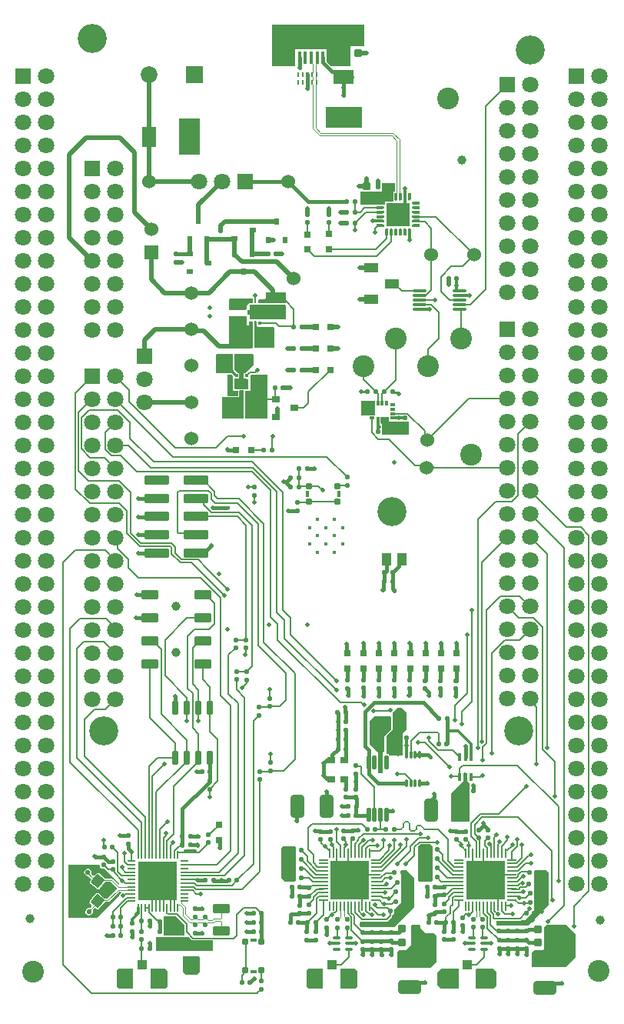
<source format=gtl>
G04*
G04 #@! TF.GenerationSoftware,Altium Limited,Altium Designer,20.1.11 (218)*
G04*
G04 Layer_Physical_Order=1*
G04 Layer_Color=255*
%FSLAX24Y24*%
%MOIN*%
G70*
G04*
G04 #@! TF.SameCoordinates,65F66D52-CE9B-4770-8034-86EEF532C684*
G04*
G04*
G04 #@! TF.FilePolarity,Positive*
G04*
G01*
G75*
%ADD11C,0.0100*%
%ADD14C,0.0197*%
%ADD18C,0.0080*%
G04:AMPARAMS|DCode=35|XSize=20mil|YSize=20mil|CornerRadius=6mil|HoleSize=0mil|Usage=FLASHONLY|Rotation=180.000|XOffset=0mil|YOffset=0mil|HoleType=Round|Shape=RoundedRectangle|*
%AMROUNDEDRECTD35*
21,1,0.0200,0.0080,0,0,180.0*
21,1,0.0080,0.0200,0,0,180.0*
1,1,0.0120,-0.0040,0.0040*
1,1,0.0120,0.0040,0.0040*
1,1,0.0120,0.0040,-0.0040*
1,1,0.0120,-0.0040,-0.0040*
%
%ADD35ROUNDEDRECTD35*%
G04:AMPARAMS|DCode=36|XSize=7.9mil|YSize=22.2mil|CornerRadius=1.2mil|HoleSize=0mil|Usage=FLASHONLY|Rotation=90.000|XOffset=0mil|YOffset=0mil|HoleType=Round|Shape=RoundedRectangle|*
%AMROUNDEDRECTD36*
21,1,0.0079,0.0199,0,0,90.0*
21,1,0.0055,0.0222,0,0,90.0*
1,1,0.0024,0.0099,0.0028*
1,1,0.0024,0.0099,-0.0028*
1,1,0.0024,-0.0099,-0.0028*
1,1,0.0024,-0.0099,0.0028*
%
%ADD36ROUNDEDRECTD36*%
G04:AMPARAMS|DCode=37|XSize=20mil|YSize=20mil|CornerRadius=6mil|HoleSize=0mil|Usage=FLASHONLY|Rotation=90.000|XOffset=0mil|YOffset=0mil|HoleType=Round|Shape=RoundedRectangle|*
%AMROUNDEDRECTD37*
21,1,0.0200,0.0080,0,0,90.0*
21,1,0.0080,0.0200,0,0,90.0*
1,1,0.0120,0.0040,0.0040*
1,1,0.0120,0.0040,-0.0040*
1,1,0.0120,-0.0040,-0.0040*
1,1,0.0120,-0.0040,0.0040*
%
%ADD37ROUNDEDRECTD37*%
G04:AMPARAMS|DCode=38|XSize=7.9mil|YSize=22.2mil|CornerRadius=1.2mil|HoleSize=0mil|Usage=FLASHONLY|Rotation=0.000|XOffset=0mil|YOffset=0mil|HoleType=Round|Shape=RoundedRectangle|*
%AMROUNDEDRECTD38*
21,1,0.0079,0.0199,0,0,0.0*
21,1,0.0055,0.0222,0,0,0.0*
1,1,0.0024,0.0028,-0.0099*
1,1,0.0024,-0.0028,-0.0099*
1,1,0.0024,-0.0028,0.0099*
1,1,0.0024,0.0028,0.0099*
%
%ADD38ROUNDEDRECTD38*%
G04:AMPARAMS|DCode=39|XSize=15.7mil|YSize=53.1mil|CornerRadius=3.9mil|HoleSize=0mil|Usage=FLASHONLY|Rotation=180.000|XOffset=0mil|YOffset=0mil|HoleType=Round|Shape=RoundedRectangle|*
%AMROUNDEDRECTD39*
21,1,0.0157,0.0453,0,0,180.0*
21,1,0.0079,0.0531,0,0,180.0*
1,1,0.0079,-0.0039,0.0226*
1,1,0.0079,0.0039,0.0226*
1,1,0.0079,0.0039,-0.0226*
1,1,0.0079,-0.0039,-0.0226*
%
%ADD39ROUNDEDRECTD39*%
%ADD40R,0.0591X0.0610*%
G04:AMPARAMS|DCode=43|XSize=55mil|YSize=43mil|CornerRadius=8mil|HoleSize=0mil|Usage=FLASHONLY|Rotation=180.000|XOffset=0mil|YOffset=0mil|HoleType=Round|Shape=RoundedRectangle|*
%AMROUNDEDRECTD43*
21,1,0.0550,0.0271,0,0,180.0*
21,1,0.0391,0.0430,0,0,180.0*
1,1,0.0159,-0.0195,0.0135*
1,1,0.0159,0.0195,0.0135*
1,1,0.0159,0.0195,-0.0135*
1,1,0.0159,-0.0195,-0.0135*
%
%ADD43ROUNDEDRECTD43*%
G04:AMPARAMS|DCode=46|XSize=39.4mil|YSize=108.3mil|CornerRadius=3.9mil|HoleSize=0mil|Usage=FLASHONLY|Rotation=270.000|XOffset=0mil|YOffset=0mil|HoleType=Round|Shape=RoundedRectangle|*
%AMROUNDEDRECTD46*
21,1,0.0394,0.1004,0,0,270.0*
21,1,0.0315,0.1083,0,0,270.0*
1,1,0.0079,-0.0502,-0.0157*
1,1,0.0079,-0.0502,0.0157*
1,1,0.0079,0.0502,0.0157*
1,1,0.0079,0.0502,-0.0157*
%
%ADD46ROUNDEDRECTD46*%
G04:AMPARAMS|DCode=51|XSize=55mil|YSize=43mil|CornerRadius=8mil|HoleSize=0mil|Usage=FLASHONLY|Rotation=270.000|XOffset=0mil|YOffset=0mil|HoleType=Round|Shape=RoundedRectangle|*
%AMROUNDEDRECTD51*
21,1,0.0550,0.0271,0,0,270.0*
21,1,0.0391,0.0430,0,0,270.0*
1,1,0.0159,-0.0135,-0.0195*
1,1,0.0159,-0.0135,0.0195*
1,1,0.0159,0.0135,0.0195*
1,1,0.0159,0.0135,-0.0195*
%
%ADD51ROUNDEDRECTD51*%
G04:AMPARAMS|DCode=53|XSize=23.6mil|YSize=25.6mil|CornerRadius=2.4mil|HoleSize=0mil|Usage=FLASHONLY|Rotation=270.000|XOffset=0mil|YOffset=0mil|HoleType=Round|Shape=RoundedRectangle|*
%AMROUNDEDRECTD53*
21,1,0.0236,0.0209,0,0,270.0*
21,1,0.0189,0.0256,0,0,270.0*
1,1,0.0047,-0.0104,-0.0094*
1,1,0.0047,-0.0104,0.0094*
1,1,0.0047,0.0104,0.0094*
1,1,0.0047,0.0104,-0.0094*
%
%ADD53ROUNDEDRECTD53*%
G04:AMPARAMS|DCode=54|XSize=27.6mil|YSize=13.8mil|CornerRadius=1.4mil|HoleSize=0mil|Usage=FLASHONLY|Rotation=90.000|XOffset=0mil|YOffset=0mil|HoleType=Round|Shape=RoundedRectangle|*
%AMROUNDEDRECTD54*
21,1,0.0276,0.0110,0,0,90.0*
21,1,0.0248,0.0138,0,0,90.0*
1,1,0.0028,0.0055,0.0124*
1,1,0.0028,0.0055,-0.0124*
1,1,0.0028,-0.0055,-0.0124*
1,1,0.0028,-0.0055,0.0124*
%
%ADD54ROUNDEDRECTD54*%
G04:AMPARAMS|DCode=61|XSize=20mil|YSize=20mil|CornerRadius=6mil|HoleSize=0mil|Usage=FLASHONLY|Rotation=140.000|XOffset=0mil|YOffset=0mil|HoleType=Round|Shape=RoundedRectangle|*
%AMROUNDEDRECTD61*
21,1,0.0200,0.0080,0,0,140.0*
21,1,0.0080,0.0200,0,0,140.0*
1,1,0.0120,-0.0005,0.0056*
1,1,0.0120,0.0056,0.0005*
1,1,0.0120,0.0005,-0.0056*
1,1,0.0120,-0.0056,-0.0005*
%
%ADD61ROUNDEDRECTD61*%
G04:AMPARAMS|DCode=62|XSize=35mil|YSize=34mil|CornerRadius=6mil|HoleSize=0mil|Usage=FLASHONLY|Rotation=180.000|XOffset=0mil|YOffset=0mil|HoleType=Round|Shape=RoundedRectangle|*
%AMROUNDEDRECTD62*
21,1,0.0350,0.0221,0,0,180.0*
21,1,0.0231,0.0340,0,0,180.0*
1,1,0.0119,-0.0116,0.0111*
1,1,0.0119,0.0116,0.0111*
1,1,0.0119,0.0116,-0.0111*
1,1,0.0119,-0.0116,-0.0111*
%
%ADD62ROUNDEDRECTD62*%
G04:AMPARAMS|DCode=63|XSize=98.4mil|YSize=59.1mil|CornerRadius=11.8mil|HoleSize=0mil|Usage=FLASHONLY|Rotation=180.000|XOffset=0mil|YOffset=0mil|HoleType=Round|Shape=RoundedRectangle|*
%AMROUNDEDRECTD63*
21,1,0.0984,0.0354,0,0,180.0*
21,1,0.0748,0.0591,0,0,180.0*
1,1,0.0236,-0.0374,0.0177*
1,1,0.0236,0.0374,0.0177*
1,1,0.0236,0.0374,-0.0177*
1,1,0.0236,-0.0374,-0.0177*
%
%ADD63ROUNDEDRECTD63*%
%ADD65R,0.0226X0.0138*%
G04:AMPARAMS|DCode=68|XSize=27.6mil|YSize=13.8mil|CornerRadius=1.4mil|HoleSize=0mil|Usage=FLASHONLY|Rotation=0.000|XOffset=0mil|YOffset=0mil|HoleType=Round|Shape=RoundedRectangle|*
%AMROUNDEDRECTD68*
21,1,0.0276,0.0110,0,0,0.0*
21,1,0.0248,0.0138,0,0,0.0*
1,1,0.0028,0.0124,-0.0055*
1,1,0.0028,-0.0124,-0.0055*
1,1,0.0028,-0.0124,0.0055*
1,1,0.0028,0.0124,0.0055*
%
%ADD68ROUNDEDRECTD68*%
G04:AMPARAMS|DCode=69|XSize=23.6mil|YSize=25.6mil|CornerRadius=2.4mil|HoleSize=0mil|Usage=FLASHONLY|Rotation=0.000|XOffset=0mil|YOffset=0mil|HoleType=Round|Shape=RoundedRectangle|*
%AMROUNDEDRECTD69*
21,1,0.0236,0.0209,0,0,0.0*
21,1,0.0189,0.0256,0,0,0.0*
1,1,0.0047,0.0094,-0.0104*
1,1,0.0047,-0.0094,-0.0104*
1,1,0.0047,-0.0094,0.0104*
1,1,0.0047,0.0094,0.0104*
%
%ADD69ROUNDEDRECTD69*%
G04:AMPARAMS|DCode=71|XSize=98.4mil|YSize=59.1mil|CornerRadius=11.8mil|HoleSize=0mil|Usage=FLASHONLY|Rotation=90.000|XOffset=0mil|YOffset=0mil|HoleType=Round|Shape=RoundedRectangle|*
%AMROUNDEDRECTD71*
21,1,0.0984,0.0354,0,0,90.0*
21,1,0.0748,0.0591,0,0,90.0*
1,1,0.0236,0.0177,0.0374*
1,1,0.0236,0.0177,-0.0374*
1,1,0.0236,-0.0177,-0.0374*
1,1,0.0236,-0.0177,0.0374*
%
%ADD71ROUNDEDRECTD71*%
G04:AMPARAMS|DCode=78|XSize=35mil|YSize=34mil|CornerRadius=6mil|HoleSize=0mil|Usage=FLASHONLY|Rotation=270.000|XOffset=0mil|YOffset=0mil|HoleType=Round|Shape=RoundedRectangle|*
%AMROUNDEDRECTD78*
21,1,0.0350,0.0221,0,0,270.0*
21,1,0.0231,0.0340,0,0,270.0*
1,1,0.0119,-0.0111,-0.0116*
1,1,0.0119,-0.0111,0.0116*
1,1,0.0119,0.0111,0.0116*
1,1,0.0119,0.0111,-0.0116*
%
%ADD78ROUNDEDRECTD78*%
G04:AMPARAMS|DCode=79|XSize=20mil|YSize=20mil|CornerRadius=6mil|HoleSize=0mil|Usage=FLASHONLY|Rotation=50.000|XOffset=0mil|YOffset=0mil|HoleType=Round|Shape=RoundedRectangle|*
%AMROUNDEDRECTD79*
21,1,0.0200,0.0080,0,0,50.0*
21,1,0.0080,0.0200,0,0,50.0*
1,1,0.0120,0.0056,0.0005*
1,1,0.0120,0.0005,-0.0056*
1,1,0.0120,-0.0056,-0.0005*
1,1,0.0120,-0.0005,0.0056*
%
%ADD79ROUNDEDRECTD79*%
%ADD163C,0.0394*%
G04:AMPARAMS|DCode=164|XSize=43.3mil|YSize=47.2mil|CornerRadius=4.3mil|HoleSize=0mil|Usage=FLASHONLY|Rotation=320.000|XOffset=0mil|YOffset=0mil|HoleType=Round|Shape=RoundedRectangle|*
%AMROUNDEDRECTD164*
21,1,0.0433,0.0386,0,0,320.0*
21,1,0.0346,0.0472,0,0,320.0*
1,1,0.0087,0.0009,-0.0259*
1,1,0.0087,-0.0257,-0.0036*
1,1,0.0087,-0.0009,0.0259*
1,1,0.0087,0.0257,0.0036*
%
%ADD164ROUNDEDRECTD164*%
G04:AMPARAMS|DCode=165|XSize=15.7mil|YSize=22.2mil|CornerRadius=1.3mil|HoleSize=0mil|Usage=FLASHONLY|Rotation=90.000|XOffset=0mil|YOffset=0mil|HoleType=Round|Shape=RoundedRectangle|*
%AMROUNDEDRECTD165*
21,1,0.0157,0.0197,0,0,90.0*
21,1,0.0132,0.0222,0,0,90.0*
1,1,0.0025,0.0099,0.0066*
1,1,0.0025,0.0099,-0.0066*
1,1,0.0025,-0.0099,-0.0066*
1,1,0.0025,-0.0099,0.0066*
%
%ADD165ROUNDEDRECTD165*%
G04:AMPARAMS|DCode=166|XSize=15.7mil|YSize=22.2mil|CornerRadius=1.3mil|HoleSize=0mil|Usage=FLASHONLY|Rotation=0.000|XOffset=0mil|YOffset=0mil|HoleType=Round|Shape=RoundedRectangle|*
%AMROUNDEDRECTD166*
21,1,0.0157,0.0197,0,0,0.0*
21,1,0.0132,0.0222,0,0,0.0*
1,1,0.0025,0.0066,-0.0099*
1,1,0.0025,-0.0066,-0.0099*
1,1,0.0025,-0.0066,0.0099*
1,1,0.0025,0.0066,0.0099*
%
%ADD166ROUNDEDRECTD166*%
%ADD167R,0.1693X0.1693*%
G04:AMPARAMS|DCode=168|XSize=7.9mil|YSize=33.5mil|CornerRadius=0.8mil|HoleSize=0mil|Usage=FLASHONLY|Rotation=180.000|XOffset=0mil|YOffset=0mil|HoleType=Round|Shape=RoundedRectangle|*
%AMROUNDEDRECTD168*
21,1,0.0079,0.0319,0,0,180.0*
21,1,0.0063,0.0335,0,0,180.0*
1,1,0.0016,-0.0032,0.0159*
1,1,0.0016,0.0032,0.0159*
1,1,0.0016,0.0032,-0.0159*
1,1,0.0016,-0.0032,-0.0159*
%
%ADD168ROUNDEDRECTD168*%
G04:AMPARAMS|DCode=169|XSize=7.9mil|YSize=33.5mil|CornerRadius=0.8mil|HoleSize=0mil|Usage=FLASHONLY|Rotation=90.000|XOffset=0mil|YOffset=0mil|HoleType=Round|Shape=RoundedRectangle|*
%AMROUNDEDRECTD169*
21,1,0.0079,0.0319,0,0,90.0*
21,1,0.0063,0.0335,0,0,90.0*
1,1,0.0016,0.0159,0.0032*
1,1,0.0016,0.0159,-0.0032*
1,1,0.0016,-0.0159,-0.0032*
1,1,0.0016,-0.0159,0.0032*
%
%ADD169ROUNDEDRECTD169*%
%ADD170R,0.0138X0.0148*%
%ADD171R,0.0128X0.0157*%
%ADD172R,0.0157X0.0827*%
%ADD173R,0.0410X0.0870*%
%ADD174R,0.0390X0.0410*%
G04:AMPARAMS|DCode=175|XSize=37.4mil|YSize=8.7mil|CornerRadius=0.9mil|HoleSize=0mil|Usage=FLASHONLY|Rotation=0.000|XOffset=0mil|YOffset=0mil|HoleType=Round|Shape=RoundedRectangle|*
%AMROUNDEDRECTD175*
21,1,0.0374,0.0069,0,0,0.0*
21,1,0.0357,0.0087,0,0,0.0*
1,1,0.0017,0.0178,-0.0035*
1,1,0.0017,-0.0178,-0.0035*
1,1,0.0017,-0.0178,0.0035*
1,1,0.0017,0.0178,0.0035*
%
%ADD175ROUNDEDRECTD175*%
G04:AMPARAMS|DCode=176|XSize=37.4mil|YSize=8.7mil|CornerRadius=0.9mil|HoleSize=0mil|Usage=FLASHONLY|Rotation=90.000|XOffset=0mil|YOffset=0mil|HoleType=Round|Shape=RoundedRectangle|*
%AMROUNDEDRECTD176*
21,1,0.0374,0.0069,0,0,90.0*
21,1,0.0357,0.0087,0,0,90.0*
1,1,0.0017,0.0035,0.0178*
1,1,0.0017,0.0035,-0.0178*
1,1,0.0017,-0.0035,-0.0178*
1,1,0.0017,-0.0035,0.0178*
%
%ADD176ROUNDEDRECTD176*%
%ADD177R,0.1654X0.1654*%
%ADD178R,0.0079X0.0157*%
G04:AMPARAMS|DCode=179|XSize=40.2mil|YSize=70.1mil|CornerRadius=4mil|HoleSize=0mil|Usage=FLASHONLY|Rotation=270.000|XOffset=0mil|YOffset=0mil|HoleType=Round|Shape=RoundedRectangle|*
%AMROUNDEDRECTD179*
21,1,0.0402,0.0620,0,0,270.0*
21,1,0.0321,0.0701,0,0,270.0*
1,1,0.0080,-0.0310,-0.0161*
1,1,0.0080,-0.0310,0.0161*
1,1,0.0080,0.0310,0.0161*
1,1,0.0080,0.0310,-0.0161*
%
%ADD179ROUNDEDRECTD179*%
%ADD180R,0.0315X0.0315*%
G04:AMPARAMS|DCode=181|XSize=24.8mil|YSize=33.5mil|CornerRadius=1.2mil|HoleSize=0mil|Usage=FLASHONLY|Rotation=270.000|XOffset=0mil|YOffset=0mil|HoleType=Round|Shape=RoundedRectangle|*
%AMROUNDEDRECTD181*
21,1,0.0248,0.0310,0,0,270.0*
21,1,0.0223,0.0335,0,0,270.0*
1,1,0.0025,-0.0155,-0.0112*
1,1,0.0025,-0.0155,0.0112*
1,1,0.0025,0.0155,0.0112*
1,1,0.0025,0.0155,-0.0112*
%
%ADD181ROUNDEDRECTD181*%
G04:AMPARAMS|DCode=182|XSize=17.7mil|YSize=59.1mil|CornerRadius=1.8mil|HoleSize=0mil|Usage=FLASHONLY|Rotation=180.000|XOffset=0mil|YOffset=0mil|HoleType=Round|Shape=RoundedRectangle|*
%AMROUNDEDRECTD182*
21,1,0.0177,0.0555,0,0,180.0*
21,1,0.0142,0.0591,0,0,180.0*
1,1,0.0035,-0.0071,0.0278*
1,1,0.0035,0.0071,0.0278*
1,1,0.0035,0.0071,-0.0278*
1,1,0.0035,-0.0071,-0.0278*
%
%ADD182ROUNDEDRECTD182*%
%ADD183R,0.1004X0.1004*%
%ADD184R,0.0118X0.0276*%
%ADD185R,0.0276X0.0118*%
G04:AMPARAMS|DCode=186|XSize=23.6mil|YSize=57.1mil|CornerRadius=3.5mil|HoleSize=0mil|Usage=FLASHONLY|Rotation=0.000|XOffset=0mil|YOffset=0mil|HoleType=Round|Shape=RoundedRectangle|*
%AMROUNDEDRECTD186*
21,1,0.0236,0.0500,0,0,0.0*
21,1,0.0165,0.0571,0,0,0.0*
1,1,0.0071,0.0083,-0.0250*
1,1,0.0071,-0.0083,-0.0250*
1,1,0.0071,-0.0083,0.0250*
1,1,0.0071,0.0083,0.0250*
%
%ADD186ROUNDEDRECTD186*%
%ADD187R,0.0138X0.0226*%
%ADD188R,0.0315X0.0315*%
G04:AMPARAMS|DCode=189|XSize=70.9mil|YSize=39.4mil|CornerRadius=3.9mil|HoleSize=0mil|Usage=FLASHONLY|Rotation=0.000|XOffset=0mil|YOffset=0mil|HoleType=Round|Shape=RoundedRectangle|*
%AMROUNDEDRECTD189*
21,1,0.0709,0.0315,0,0,0.0*
21,1,0.0630,0.0394,0,0,0.0*
1,1,0.0079,0.0315,-0.0157*
1,1,0.0079,-0.0315,-0.0157*
1,1,0.0079,-0.0315,0.0157*
1,1,0.0079,0.0315,0.0157*
%
%ADD189ROUNDEDRECTD189*%
G04:AMPARAMS|DCode=190|XSize=11.8mil|YSize=31.5mil|CornerRadius=1.2mil|HoleSize=0mil|Usage=FLASHONLY|Rotation=180.000|XOffset=0mil|YOffset=0mil|HoleType=Round|Shape=RoundedRectangle|*
%AMROUNDEDRECTD190*
21,1,0.0118,0.0291,0,0,180.0*
21,1,0.0094,0.0315,0,0,180.0*
1,1,0.0024,-0.0047,0.0146*
1,1,0.0024,0.0047,0.0146*
1,1,0.0024,0.0047,-0.0146*
1,1,0.0024,-0.0047,-0.0146*
%
%ADD190ROUNDEDRECTD190*%
G04:AMPARAMS|DCode=191|XSize=15.7mil|YSize=35.4mil|CornerRadius=0.8mil|HoleSize=0mil|Usage=FLASHONLY|Rotation=0.000|XOffset=0mil|YOffset=0mil|HoleType=Round|Shape=RoundedRectangle|*
%AMROUNDEDRECTD191*
21,1,0.0157,0.0339,0,0,0.0*
21,1,0.0142,0.0354,0,0,0.0*
1,1,0.0016,0.0071,-0.0169*
1,1,0.0016,-0.0071,-0.0169*
1,1,0.0016,-0.0071,0.0169*
1,1,0.0016,0.0071,0.0169*
%
%ADD191ROUNDEDRECTD191*%
G04:AMPARAMS|DCode=192|XSize=31.5mil|YSize=11.8mil|CornerRadius=1.2mil|HoleSize=0mil|Usage=FLASHONLY|Rotation=180.000|XOffset=0mil|YOffset=0mil|HoleType=Round|Shape=RoundedRectangle|*
%AMROUNDEDRECTD192*
21,1,0.0315,0.0094,0,0,180.0*
21,1,0.0291,0.0118,0,0,180.0*
1,1,0.0024,-0.0146,0.0047*
1,1,0.0024,0.0146,0.0047*
1,1,0.0024,0.0146,-0.0047*
1,1,0.0024,-0.0146,-0.0047*
%
%ADD192ROUNDEDRECTD192*%
%ADD193R,0.0236X0.0276*%
%ADD194R,0.0354X0.0315*%
%ADD195R,0.0858X0.0598*%
G04:AMPARAMS|DCode=196|XSize=11.8mil|YSize=57.1mil|CornerRadius=1.8mil|HoleSize=0mil|Usage=FLASHONLY|Rotation=90.000|XOffset=0mil|YOffset=0mil|HoleType=Round|Shape=RoundedRectangle|*
%AMROUNDEDRECTD196*
21,1,0.0118,0.0535,0,0,90.0*
21,1,0.0083,0.0571,0,0,90.0*
1,1,0.0035,0.0268,0.0041*
1,1,0.0035,0.0268,-0.0041*
1,1,0.0035,-0.0268,-0.0041*
1,1,0.0035,-0.0268,0.0041*
%
%ADD196ROUNDEDRECTD196*%
%ADD197R,0.0630X0.0394*%
%ADD198R,0.0220X0.0285*%
%ADD199R,0.0285X0.0220*%
%ADD200R,0.0276X0.0236*%
%ADD201R,0.0598X0.0858*%
%ADD202C,0.0160*%
%ADD203C,0.0040*%
%ADD204C,0.0157*%
%ADD205C,0.0118*%
%ADD206C,0.0120*%
%ADD207C,0.0138*%
%ADD208R,0.0472X0.0610*%
G04:AMPARAMS|DCode=209|XSize=49.2mil|YSize=37.4mil|CornerRadius=18.7mil|HoleSize=0mil|Usage=FLASHONLY|Rotation=180.000|XOffset=0mil|YOffset=0mil|HoleType=Round|Shape=RoundedRectangle|*
%AMROUNDEDRECTD209*
21,1,0.0492,0.0000,0,0,180.0*
21,1,0.0118,0.0374,0,0,180.0*
1,1,0.0374,-0.0059,0.0000*
1,1,0.0374,0.0059,0.0000*
1,1,0.0374,0.0059,0.0000*
1,1,0.0374,-0.0059,0.0000*
%
%ADD209ROUNDEDRECTD209*%
G04:AMPARAMS|DCode=210|XSize=37.4mil|YSize=61mil|CornerRadius=18.7mil|HoleSize=0mil|Usage=FLASHONLY|Rotation=180.000|XOffset=0mil|YOffset=0mil|HoleType=Round|Shape=RoundedRectangle|*
%AMROUNDEDRECTD210*
21,1,0.0374,0.0236,0,0,180.0*
21,1,0.0000,0.0610,0,0,180.0*
1,1,0.0374,0.0000,0.0118*
1,1,0.0374,0.0000,0.0118*
1,1,0.0374,0.0000,-0.0118*
1,1,0.0374,0.0000,-0.0118*
%
%ADD210ROUNDEDRECTD210*%
%ADD211C,0.0157*%
%ADD212R,0.0600X0.0600*%
%ADD213C,0.0600*%
%ADD214C,0.0709*%
%ADD215R,0.0709X0.0709*%
%ADD216C,0.1260*%
%ADD217C,0.0945*%
%ADD218R,0.0709X0.0709*%
%ADD219C,0.0728*%
%ADD220R,0.0728X0.0728*%
%ADD221C,0.0197*%
%ADD222C,0.0200*%
G36*
X16102Y41343D02*
X15492D01*
Y40468D01*
X14658D01*
X14478Y40648D01*
Y41189D01*
X13097D01*
Y40468D01*
X12106D01*
Y42260D01*
X16102D01*
Y41343D01*
D02*
G37*
G36*
X15998Y37792D02*
X14438D01*
Y38696D01*
X15998D01*
Y37792D01*
D02*
G37*
G36*
X8974Y36640D02*
X8070D01*
Y38200D01*
X8974D01*
Y36640D01*
D02*
G37*
G36*
X18113Y34712D02*
Y34706D01*
X18110Y34695D01*
X18106Y34684D01*
X18100Y34675D01*
X18091Y34666D01*
X18082Y34660D01*
X18071Y34655D01*
X18060Y34653D01*
X18048D01*
X18036Y34655D01*
X18026Y34660D01*
X18016Y34666D01*
X18008Y34675D01*
X18001Y34684D01*
X17997Y34695D01*
X17995Y34706D01*
Y34712D01*
Y34850D01*
X18113D01*
Y34712D01*
D02*
G37*
G36*
X17916D02*
Y34706D01*
X17914Y34695D01*
X17909Y34684D01*
X17903Y34675D01*
X17894Y34666D01*
X17885Y34660D01*
X17874Y34655D01*
X17863Y34653D01*
X17851D01*
X17840Y34655D01*
X17829Y34660D01*
X17819Y34666D01*
X17811Y34675D01*
X17805Y34684D01*
X17800Y34695D01*
X17798Y34706D01*
Y34712D01*
Y34850D01*
X17916D01*
Y34712D01*
D02*
G37*
G36*
X17719D02*
Y34706D01*
X17717Y34695D01*
X17712Y34684D01*
X17706Y34675D01*
X17698Y34666D01*
X17688Y34660D01*
X17677Y34655D01*
X17666Y34653D01*
X17654D01*
X17643Y34655D01*
X17632Y34660D01*
X17622Y34666D01*
X17614Y34675D01*
X17608Y34684D01*
X17603Y34695D01*
X17601Y34706D01*
Y34712D01*
Y34850D01*
X17719D01*
Y34712D01*
D02*
G37*
G36*
X17522D02*
Y34706D01*
X17520Y34695D01*
X17515Y34684D01*
X17509Y34675D01*
X17501Y34666D01*
X17491Y34660D01*
X17480Y34655D01*
X17469Y34653D01*
X17457D01*
X17446Y34655D01*
X17435Y34660D01*
X17426Y34666D01*
X17417Y34675D01*
X17411Y34684D01*
X17406Y34695D01*
X17404Y34706D01*
Y34712D01*
Y34850D01*
X17522D01*
Y34712D01*
D02*
G37*
G36*
X18359Y34486D02*
X18215D01*
X18204Y34488D01*
X18193Y34493D01*
X18183Y34499D01*
X18175Y34507D01*
X18169Y34517D01*
X18164Y34528D01*
X18162Y34539D01*
Y34551D01*
X18164Y34562D01*
X18169Y34573D01*
X18175Y34583D01*
X18183Y34591D01*
X18193Y34597D01*
X18204Y34602D01*
X18215Y34604D01*
X18359D01*
Y34486D01*
D02*
G37*
G36*
X17420Y35038D02*
X17354D01*
Y34860D01*
X17350Y34850D01*
Y34711D01*
X17350Y34706D01*
X17354Y34662D01*
X17350Y34614D01*
X17345Y34607D01*
X17342Y34605D01*
X17010D01*
Y34470D01*
X15936D01*
Y35040D01*
X16870D01*
Y35397D01*
X17420D01*
Y35038D01*
D02*
G37*
G36*
X16919Y34405D02*
X16930Y34400D01*
X16940Y34394D01*
X16948Y34386D01*
X16954Y34376D01*
X16959Y34365D01*
X16961Y34354D01*
Y34342D01*
X16959Y34331D01*
X16954Y34320D01*
X16948Y34310D01*
X16940Y34302D01*
X16930Y34296D01*
X16919Y34291D01*
X16908Y34289D01*
X16764D01*
Y34407D01*
X16908D01*
X16919Y34405D01*
D02*
G37*
G36*
X18359Y34289D02*
X18215D01*
X18204Y34291D01*
X18193Y34296D01*
X18183Y34302D01*
X18175Y34310D01*
X18169Y34320D01*
X18164Y34331D01*
X18162Y34342D01*
Y34354D01*
X18164Y34365D01*
X18169Y34376D01*
X18175Y34386D01*
X18183Y34394D01*
X18193Y34400D01*
X18204Y34405D01*
X18215Y34407D01*
X18359D01*
Y34289D01*
D02*
G37*
G36*
X16919Y34208D02*
X16930Y34204D01*
X16940Y34197D01*
X16948Y34189D01*
X16954Y34179D01*
X16959Y34168D01*
X16961Y34157D01*
Y34145D01*
X16959Y34134D01*
X16954Y34123D01*
X16948Y34114D01*
X16940Y34105D01*
X16930Y34099D01*
X16919Y34094D01*
X16908Y34092D01*
X16764D01*
Y34210D01*
X16908D01*
X16919Y34208D01*
D02*
G37*
G36*
X18359Y34092D02*
X18215D01*
X18204Y34094D01*
X18193Y34099D01*
X18183Y34105D01*
X18175Y34114D01*
X18169Y34123D01*
X18164Y34134D01*
X18162Y34145D01*
Y34157D01*
X18164Y34168D01*
X18169Y34179D01*
X18175Y34189D01*
X18183Y34197D01*
X18193Y34204D01*
X18204Y34208D01*
X18215Y34210D01*
X18359D01*
Y34092D01*
D02*
G37*
G36*
X16919Y34011D02*
X16930Y34007D01*
X16940Y34000D01*
X16948Y33992D01*
X16954Y33982D01*
X16959Y33972D01*
X16961Y33960D01*
Y33949D01*
X16959Y33937D01*
X16954Y33926D01*
X16948Y33917D01*
X16940Y33908D01*
X16930Y33902D01*
X16919Y33898D01*
X16908Y33895D01*
X16764D01*
Y34013D01*
X16908D01*
X16919Y34011D01*
D02*
G37*
G36*
X18359Y33895D02*
X18215D01*
X18204Y33898D01*
X18193Y33902D01*
X18183Y33908D01*
X18175Y33917D01*
X18169Y33926D01*
X18164Y33937D01*
X18162Y33949D01*
Y33960D01*
X18164Y33972D01*
X18169Y33982D01*
X18175Y33992D01*
X18183Y34000D01*
X18193Y34007D01*
X18204Y34011D01*
X18215Y34013D01*
X18359D01*
Y33895D01*
D02*
G37*
G36*
X16919Y33814D02*
X16930Y33810D01*
X16940Y33803D01*
X16948Y33795D01*
X16954Y33785D01*
X16959Y33775D01*
X16961Y33763D01*
Y33752D01*
X16959Y33740D01*
X16954Y33730D01*
X16948Y33720D01*
X16940Y33712D01*
X16930Y33705D01*
X16919Y33701D01*
X16908Y33698D01*
X16764D01*
Y33817D01*
X16908D01*
X16919Y33814D01*
D02*
G37*
G36*
X18359Y33698D02*
X18215D01*
X18204Y33701D01*
X18193Y33705D01*
X18183Y33712D01*
X18175Y33720D01*
X18169Y33730D01*
X18164Y33740D01*
X18162Y33752D01*
Y33763D01*
X18164Y33775D01*
X18169Y33785D01*
X18175Y33795D01*
X18183Y33803D01*
X18193Y33810D01*
X18204Y33814D01*
X18215Y33817D01*
X18359D01*
Y33698D01*
D02*
G37*
G36*
Y33502D02*
X18215D01*
X18204Y33504D01*
X18193Y33508D01*
X18183Y33515D01*
X18175Y33523D01*
X18169Y33533D01*
X18164Y33543D01*
X18162Y33555D01*
Y33566D01*
X18164Y33578D01*
X18169Y33589D01*
X18175Y33598D01*
X18183Y33607D01*
X18193Y33613D01*
X18204Y33617D01*
X18215Y33620D01*
X18359D01*
Y33502D01*
D02*
G37*
G36*
X16919Y33617D02*
X16930Y33613D01*
X16940Y33607D01*
X16948Y33598D01*
X16954Y33589D01*
X16959Y33578D01*
X16961Y33566D01*
Y33555D01*
X16959Y33543D01*
X16954Y33533D01*
X16948Y33523D01*
X16940Y33515D01*
X16930Y33508D01*
X16919Y33504D01*
X16908Y33502D01*
X16764D01*
Y33620D01*
X16908D01*
X16919Y33617D01*
D02*
G37*
G36*
X18071Y33450D02*
X18082Y33446D01*
X18091Y33439D01*
X18100Y33431D01*
X18106Y33421D01*
X18110Y33411D01*
X18113Y33399D01*
Y33393D01*
Y33256D01*
X17995D01*
Y33393D01*
Y33399D01*
X17997Y33411D01*
X18001Y33421D01*
X18008Y33431D01*
X18016Y33439D01*
X18026Y33446D01*
X18036Y33450D01*
X18048Y33452D01*
X18060D01*
X18071Y33450D01*
D02*
G37*
G36*
X17874D02*
X17885Y33446D01*
X17894Y33439D01*
X17903Y33431D01*
X17909Y33421D01*
X17914Y33411D01*
X17916Y33399D01*
Y33393D01*
Y33256D01*
X17798D01*
Y33393D01*
Y33399D01*
X17800Y33411D01*
X17805Y33421D01*
X17811Y33431D01*
X17819Y33439D01*
X17829Y33446D01*
X17840Y33450D01*
X17851Y33452D01*
X17863D01*
X17874Y33450D01*
D02*
G37*
G36*
X17677D02*
X17688Y33446D01*
X17698Y33439D01*
X17706Y33431D01*
X17712Y33421D01*
X17717Y33411D01*
X17719Y33399D01*
Y33393D01*
Y33256D01*
X17601D01*
Y33393D01*
Y33399D01*
X17603Y33411D01*
X17608Y33421D01*
X17614Y33431D01*
X17622Y33439D01*
X17632Y33446D01*
X17643Y33450D01*
X17654Y33452D01*
X17666D01*
X17677Y33450D01*
D02*
G37*
G36*
X17480D02*
X17491Y33446D01*
X17501Y33439D01*
X17509Y33431D01*
X17515Y33421D01*
X17520Y33411D01*
X17522Y33399D01*
Y33393D01*
Y33256D01*
X17404D01*
Y33393D01*
Y33399D01*
X17406Y33411D01*
X17411Y33421D01*
X17417Y33431D01*
X17426Y33439D01*
X17435Y33446D01*
X17446Y33450D01*
X17457Y33452D01*
X17469D01*
X17480Y33450D01*
D02*
G37*
G36*
X17284D02*
X17294Y33446D01*
X17304Y33439D01*
X17312Y33431D01*
X17319Y33421D01*
X17323Y33411D01*
X17325Y33399D01*
Y33393D01*
Y33256D01*
X17207D01*
Y33393D01*
Y33399D01*
X17210Y33411D01*
X17214Y33421D01*
X17220Y33431D01*
X17229Y33439D01*
X17238Y33446D01*
X17249Y33450D01*
X17260Y33452D01*
X17272D01*
X17284Y33450D01*
D02*
G37*
G36*
X17087D02*
X17097Y33446D01*
X17107Y33439D01*
X17115Y33431D01*
X17122Y33421D01*
X17126Y33411D01*
X17128Y33399D01*
Y33393D01*
Y33256D01*
X17010D01*
Y33393D01*
Y33399D01*
X17013Y33411D01*
X17017Y33421D01*
X17024Y33431D01*
X17032Y33439D01*
X17041Y33446D01*
X17052Y33450D01*
X17064Y33452D01*
X17075D01*
X17087Y33450D01*
D02*
G37*
G36*
X12704Y30236D02*
X12669Y30201D01*
X11795Y30201D01*
X11498Y30200D01*
X11497Y30322D01*
X11532Y30358D01*
X11752Y30358D01*
X11836Y30442D01*
X11836Y30673D01*
X12704Y30673D01*
X12704Y30236D01*
D02*
G37*
G36*
X11259Y30408D02*
X11260Y30236D01*
X11224Y30200D01*
X11109D01*
X11004Y30095D01*
Y29979D01*
X11004Y29979D01*
X11001Y29972D01*
X10995Y29967D01*
X10988Y29964D01*
X10942Y29917D01*
X10236Y29917D01*
X10235Y30383D01*
X10270Y30418D01*
X11259Y30408D01*
D02*
G37*
G36*
X12701Y30090D02*
X12697Y29494D01*
X11723Y29495D01*
X11614Y29495D01*
Y29491D01*
X11114D01*
X11114Y29530D01*
X11114Y29531D01*
X11114Y29689D01*
X11114Y29692D01*
X11111Y29699D01*
X11105Y29705D01*
X11098Y29707D01*
X11094Y29708D01*
X11051Y29708D01*
X11047D01*
X11040Y29711D01*
X11034Y29716D01*
X11031Y29724D01*
Y29728D01*
X11031Y29885D01*
X11031Y29885D01*
X11031Y29889D01*
X11034Y29896D01*
X11040Y29902D01*
X11047Y29905D01*
X11051Y29905D01*
X11094Y29905D01*
X11098Y29905D01*
X11105Y29908D01*
X11111Y29913D01*
X11114Y29921D01*
X11114Y29923D01*
X11114Y30125D01*
X12665Y30125D01*
X12701Y30090D01*
D02*
G37*
G36*
X11446Y29396D02*
X11446Y29255D01*
X11446Y29212D01*
X11446Y29205D01*
X11482Y29175D01*
X11484Y29175D01*
X12163Y29175D01*
X12198Y29140D01*
X12198Y28286D01*
X11352Y28284D01*
X11317Y28319D01*
X11317Y29431D01*
X11410D01*
X11446Y29396D01*
D02*
G37*
G36*
X10970Y29649D02*
X10988D01*
X10995Y29646D01*
X11001Y29640D01*
X11004Y29633D01*
Y29629D01*
Y29615D01*
X11004Y29615D01*
X11004Y29500D01*
X11004Y29354D01*
X11004D01*
X11004Y29225D01*
X11080Y29225D01*
X11080Y29416D01*
X11261D01*
X11261Y28288D01*
X11225Y28253D01*
X10265Y28253D01*
X10230Y28288D01*
X10230Y29650D01*
X10968Y29650D01*
X10970Y29649D01*
D02*
G37*
G36*
X10380Y28013D02*
X10380Y27395D01*
Y27192D01*
X10341Y27160D01*
X10341Y27160D01*
X10177D01*
X10167Y27156D01*
X10149D01*
Y27155D01*
X9699Y27155D01*
X9663Y27190D01*
X9663Y27978D01*
X9699Y28013D01*
X10380Y28013D01*
D02*
G37*
G36*
X11313Y27985D02*
X11313Y27542D01*
X10986Y27214D01*
X10940Y27186D01*
X10868D01*
Y26938D01*
X10987D01*
X10987Y26909D01*
X11065Y26909D01*
X11065Y26476D01*
X10536Y26476D01*
X10475Y26537D01*
X10475Y26783D01*
X10450D01*
Y26938D01*
X10673D01*
Y27186D01*
X10591D01*
X10547Y27229D01*
X10546Y27231D01*
X10546Y27231D01*
X10482Y27296D01*
X10480Y27297D01*
X10450Y27327D01*
X10450Y28020D01*
X11278D01*
X11313Y27985D01*
D02*
G37*
G36*
X10380Y27067D02*
X10380Y26398D01*
X10620D01*
X10620Y26186D01*
X10213Y26186D01*
X10177Y26221D01*
X10177Y27106D01*
X10341D01*
X10380Y27067D01*
D02*
G37*
G36*
X10856Y25197D02*
X9946Y25197D01*
X9946Y26132D01*
X10212Y26132D01*
X10213Y26132D01*
X10213Y26132D01*
X10620Y26132D01*
X10620Y26132D01*
X10640Y26132D01*
X10654Y26146D01*
X10658Y26148D01*
X10658Y26148D01*
X10660Y26152D01*
X10679Y26171D01*
X10679Y26392D01*
X10714Y26427D01*
X10856D01*
X10856Y25197D01*
D02*
G37*
G36*
X16549Y25347D02*
X15958Y25347D01*
X15958Y25960D01*
X16549Y25960D01*
X16549Y25347D01*
D02*
G37*
G36*
X11910Y27118D02*
X11910Y25197D01*
X10915Y25197D01*
X10915Y26407D01*
X11150D01*
Y26770D01*
Y27076D01*
X11193Y27118D01*
X11910Y27118D01*
D02*
G37*
G36*
X17165Y25287D02*
Y25057D01*
X18029D01*
Y24516D01*
X16849Y24516D01*
X16849Y24778D01*
X16858Y24790D01*
X16869Y24848D01*
X16858Y24906D01*
X16849Y24919D01*
Y24957D01*
X16809Y24997D01*
X16809Y25287D01*
X17165Y25287D01*
D02*
G37*
G36*
X17731Y12661D02*
X17935Y12457D01*
Y11736D01*
X17752Y11553D01*
X17752Y10627D01*
X17717Y10591D01*
X17197Y10591D01*
Y10593D01*
X17192Y10619D01*
X17177Y10641D01*
X17154Y10656D01*
X17128Y10662D01*
X17074D01*
X17074Y11460D01*
X17330Y11716D01*
X17330Y12445D01*
X17345Y12455D01*
X17360Y12477D01*
X17544Y12661D01*
X17731Y12661D01*
D02*
G37*
G36*
X17256Y12255D02*
X17256Y11721D01*
X16972Y11437D01*
X16972Y10807D01*
X16887Y10722D01*
Y9850D01*
X16744D01*
X16708Y9885D01*
X16710Y10714D01*
X16549Y10875D01*
X16325Y11099D01*
X16325Y12109D01*
X16515Y12299D01*
X17212Y12299D01*
X17256Y12255D01*
D02*
G37*
G36*
X20567Y9854D02*
Y9500D01*
X20663Y9405D01*
X20663Y8733D01*
X20649Y7723D01*
X19852Y7723D01*
X19852Y8954D01*
X20410Y9511D01*
X20409Y9821D01*
X20445Y9856D01*
X20567Y9854D01*
D02*
G37*
G36*
X19072Y6654D02*
X19075Y5215D01*
X19011Y5151D01*
X18489Y5151D01*
X18419Y5221D01*
X18419Y6652D01*
X18523Y6756D01*
X18969D01*
X19072Y6654D01*
D02*
G37*
G36*
X13080Y6681D02*
X13139Y6622D01*
X13139Y5204D01*
X13086Y5151D01*
X12638Y5151D01*
X12500Y5289D01*
X12500Y6611D01*
X12570Y6681D01*
X13080Y6681D01*
D02*
G37*
G36*
X4637Y5844D02*
Y5823D01*
X4646Y5780D01*
X4670Y5743D01*
X4707Y5719D01*
X4749Y5710D01*
X4812D01*
X4924Y5598D01*
X4949Y5582D01*
X5478Y5053D01*
X5461Y4999D01*
X5441Y4996D01*
X5381Y5055D01*
X5381Y5055D01*
X5189Y5247D01*
X5166Y5263D01*
X5138Y5268D01*
X4853D01*
X4588Y5490D01*
X4555Y5508D01*
X4519Y5512D01*
X4483Y5502D01*
X4454Y5479D01*
X4380Y5390D01*
X4330Y5388D01*
X4245Y5473D01*
X4251Y5480D01*
X4272Y5519D01*
X4277Y5562D01*
X4264Y5604D01*
X4237Y5638D01*
X4176Y5690D01*
X4137Y5711D01*
X4094Y5716D01*
X4052Y5703D01*
X4018Y5676D01*
X3966Y5615D01*
X3945Y5576D01*
X3940Y5533D01*
X3953Y5491D01*
X3980Y5457D01*
X4041Y5405D01*
X4080Y5384D01*
X4123Y5379D01*
X4133Y5382D01*
X4264Y5252D01*
X4206Y5183D01*
X4188Y5151D01*
X4184Y5114D01*
X4194Y5078D01*
X4218Y5049D01*
X4483Y4826D01*
X4516Y4808D01*
X4553Y4804D01*
X4588Y4815D01*
X4617Y4838D01*
X4858Y5125D01*
X5109D01*
X5280Y4954D01*
X5280Y4954D01*
X5353Y4881D01*
X5370Y4837D01*
X5352Y4814D01*
X4941Y4402D01*
X4844D01*
X4580Y4623D01*
X4547Y4641D01*
X4511Y4645D01*
X4475Y4635D01*
X4446Y4612D01*
X4198Y4316D01*
X4180Y4284D01*
X4176Y4247D01*
X4186Y4211D01*
X4210Y4182D01*
X4275Y4127D01*
X4277Y4077D01*
X4201Y4001D01*
X4188Y4008D01*
X4145Y4012D01*
X4103Y4000D01*
X4069Y3973D01*
X4017Y3911D01*
X3996Y3873D01*
X3992Y3830D01*
X4004Y3787D01*
X4031Y3753D01*
X4092Y3702D01*
X4131Y3681D01*
X4174Y3676D01*
X4216Y3688D01*
X4250Y3716D01*
X4302Y3777D01*
X4323Y3815D01*
X4328Y3859D01*
X4315Y3901D01*
X4310Y3908D01*
X4413Y4011D01*
X4475Y3959D01*
X4508Y3941D01*
X4545Y3937D01*
X4580Y3948D01*
X4609Y3971D01*
X4851Y4259D01*
X4970D01*
X4998Y4265D01*
X5021Y4280D01*
X5452Y4711D01*
X5532D01*
X5548Y4661D01*
X5515Y4639D01*
X5482Y4590D01*
X5474Y4549D01*
X4492Y3567D01*
X3252Y3567D01*
X3252Y5879D01*
X4602Y5879D01*
X4637Y5844D01*
D02*
G37*
G36*
X23975Y5648D02*
X24089Y5535D01*
Y4121D01*
X23208Y3245D01*
X21871Y3245D01*
X21830Y3286D01*
X21832Y3432D01*
X21847Y3447D01*
X22456D01*
X22463Y3446D01*
X22620D01*
X22627Y3447D01*
X22851D01*
X22886Y3454D01*
X22894Y3460D01*
X23072Y3460D01*
X23469Y3856D01*
X23462Y5611D01*
X23499Y5648D01*
X23975Y5648D01*
D02*
G37*
G36*
X18260Y5315D02*
X18260Y4054D01*
X17434Y3186D01*
X15949Y3186D01*
X15912Y3223D01*
X15912Y3374D01*
X15949Y3412D01*
X16000Y3412D01*
X16005Y3411D01*
X17056D01*
X17092Y3418D01*
X17121Y3438D01*
X17287Y3603D01*
X17306Y3633D01*
X17313Y3668D01*
Y3676D01*
X17397Y3760D01*
X17397Y3927D01*
X17699Y4230D01*
X17699Y5648D01*
X17926Y5648D01*
X18260Y5315D01*
D02*
G37*
G36*
X24855Y3283D02*
X25264Y2875D01*
X25264Y1880D01*
X24823Y1438D01*
X23352Y1438D01*
X23352Y2056D01*
X23460Y2165D01*
X23836D01*
X23907Y2236D01*
X23907Y3174D01*
X24013Y3279D01*
X24019Y3275D01*
X24077Y3263D01*
X24135Y3275D01*
X24148Y3283D01*
X24855Y3283D01*
D02*
G37*
G36*
X8287Y3287D02*
X8287Y2840D01*
X8252Y2805D01*
X7424Y2805D01*
X7389Y2840D01*
X7389Y3639D01*
X7932Y3643D01*
X8287Y3287D01*
D02*
G37*
G36*
X8478Y2750D02*
X8606Y2622D01*
X8636Y2602D01*
X8671Y2595D01*
X9514D01*
X9516Y2169D01*
X9481Y2134D01*
X7049Y2134D01*
Y2750D01*
X8478Y2750D01*
D02*
G37*
G36*
X18538Y3243D02*
X18538Y3125D01*
X18769Y2894D01*
X19135Y2894D01*
X19244Y2786D01*
X19244Y1667D01*
X18985Y1409D01*
X17564Y1409D01*
X17521Y1451D01*
X17521Y2116D01*
X17585Y2180D01*
X17913Y2180D01*
X18118Y2385D01*
X18118Y3244D01*
X18158Y3285D01*
X18496D01*
X18538Y3243D01*
D02*
G37*
G36*
X8976Y1884D02*
Y1227D01*
X8855Y1106D01*
X8356Y1106D01*
X8228Y1234D01*
X8228Y1919D01*
X8941Y1919D01*
X8976Y1884D01*
D02*
G37*
G36*
X14308Y1348D02*
Y548D01*
X14272Y513D01*
X13675Y513D01*
X13590Y598D01*
X13590Y1299D01*
X13674Y1383D01*
X14272Y1383D01*
X14308Y1348D01*
D02*
G37*
G36*
X15713Y1383D02*
X15810Y1286D01*
X15810Y619D01*
X15703Y513D01*
X15061Y513D01*
X15060Y1347D01*
X15096Y1383D01*
X15713Y1383D01*
D02*
G37*
G36*
X21839Y1233D02*
Y634D01*
X21714Y508D01*
X20944D01*
X20944Y1342D01*
X20979Y1377D01*
X21695Y1377D01*
X21839Y1233D01*
D02*
G37*
G36*
X20194Y543D02*
X20159Y508D01*
X19434Y507D01*
X19277Y664D01*
X19277Y1214D01*
X19440Y1377D01*
X20194Y1377D01*
X20194Y543D01*
D02*
G37*
G36*
X6070Y1340D02*
Y541D01*
X6034Y506D01*
X5437Y506D01*
X5352Y591D01*
X5352Y1291D01*
X5436Y1375D01*
X6034Y1375D01*
X6070Y1340D01*
D02*
G37*
G36*
X7475Y1375D02*
X7571Y1279D01*
X7571Y612D01*
X7465Y506D01*
X6822Y506D01*
X6822Y1340D01*
X6857Y1375D01*
X7475Y1375D01*
D02*
G37*
D11*
X15973Y26374D02*
X15974Y26375D01*
X16234D02*
X16235Y26377D01*
X15974Y26375D02*
X16234D01*
X17368Y26333D02*
X17510D01*
X17564Y26280D02*
X17590D01*
X17510Y26333D02*
X17564Y26280D01*
X17324Y26377D02*
X17368Y26333D01*
X20117Y30730D02*
X20219D01*
X20108Y30739D02*
X20117Y30730D01*
D14*
X12333Y25345D02*
Y25650D01*
X12273Y25286D02*
X12333Y25345D01*
X7931Y31978D02*
X8191D01*
X14627Y29170D02*
X14958D01*
X8593Y30652D02*
X9350D01*
X7436D02*
X8593D01*
X12130Y30441D02*
Y30760D01*
X9782Y28339D02*
X10599D01*
X9127Y28994D02*
X9782Y28339D01*
X8670Y28994D02*
X9127D01*
X8593Y29071D02*
X8670Y28994D01*
X12578Y26546D02*
X12903D01*
X15071Y33682D02*
X15331D01*
X15072Y34146D02*
X15332D01*
X14633Y28245D02*
X14958D01*
X14550Y34045D02*
Y34305D01*
X7025Y29073D02*
X8595D01*
X8593Y29071D02*
X8595Y29073D01*
X15904Y30357D02*
X16381D01*
X16695Y35236D02*
Y35496D01*
X19758Y31009D02*
Y31269D01*
X15904Y31742D02*
X16381D01*
X11916Y32936D02*
X12176D01*
X12276Y32347D02*
X12536D01*
X15859Y35286D02*
X16192D01*
Y35618D01*
X15846Y41030D02*
X16211D01*
X6560Y25916D02*
X8665D01*
X6560Y27916D02*
Y28609D01*
X7025Y29073D01*
X6860Y31228D02*
X7436Y30652D01*
X12311Y31990D02*
X13029Y31272D01*
X10474Y32314D02*
Y32347D01*
Y32314D02*
X10798Y31990D01*
X12311D01*
X3305Y33045D02*
X4296Y32053D01*
X3305Y33045D02*
Y36623D01*
X4044Y37362D01*
X5494D01*
X6130Y36727D01*
Y34130D02*
X6860Y33400D01*
X6130Y34130D02*
Y36727D01*
X10270Y31572D02*
X10848D01*
X9350Y30652D02*
X10270Y31572D01*
X6860Y31228D02*
Y32400D01*
X12772Y27316D02*
X13032D01*
X12772Y28245D02*
X13032D01*
X13392Y27316D02*
X13994D01*
X13392Y28245D02*
X13994D01*
X13382Y29173D02*
X13984D01*
X10848Y31572D02*
X11318D01*
X12130Y30760D01*
X9875Y33334D02*
Y33575D01*
X10048Y33748D01*
X10474D01*
X12270D01*
X12290Y33729D01*
Y33724D02*
Y33729D01*
X11222Y32347D02*
Y33374D01*
Y32347D02*
X11926D01*
X10474Y32984D02*
Y33000D01*
Y32347D02*
Y32984D01*
X9875D02*
X10474D01*
X9275D02*
X9875D01*
X9275Y31954D02*
Y32984D01*
X8527Y32328D02*
Y32984D01*
X8901Y33759D02*
Y34463D01*
X9921Y35483D01*
X6770Y37430D02*
Y40106D01*
X6755Y35483D02*
Y37415D01*
Y35483D02*
X8921D01*
X13629Y34045D02*
Y34305D01*
D18*
X18627Y7501D02*
G03*
X18707Y7421I80J0D01*
G01*
X18627Y7501D02*
G03*
X18557Y7571I-70J0D01*
G01*
X18417D02*
G03*
X18347Y7501I0J-70D01*
G01*
X18277Y7351D02*
G03*
X18347Y7421I0J70D01*
G01*
X18067D02*
G03*
X18137Y7351I70J0D01*
G01*
X18067Y7657D02*
G03*
X17997Y7727I-70J0D01*
G01*
X17857D02*
G03*
X17787Y7657I0J-70D01*
G01*
X17707Y7421D02*
G03*
X17787Y7501I0J80D01*
G01*
X9398Y7234D02*
G03*
X9396Y7233I0J-2D01*
G01*
X22835Y4449D02*
X23088D01*
X22728Y5140D02*
X22972Y5384D01*
X23012D01*
X22913Y5581D02*
X23143D01*
X22768Y5436D02*
X22913Y5581D01*
X22768Y5363D02*
Y5436D01*
X22755Y5612D02*
X23091Y5949D01*
X22495Y5612D02*
X22755D01*
X22690Y5927D02*
X22924Y6162D01*
X22495Y5927D02*
X22690D01*
X23091Y5949D02*
X23324D01*
X22702Y5297D02*
X22768Y5363D01*
X22491Y5609D02*
X22495Y5612D01*
Y5297D02*
X22702D01*
X23226Y6267D02*
X23304D01*
X22726Y5767D02*
X23226Y6267D01*
X22924Y6162D02*
Y6723D01*
X22492Y5767D02*
X22726D01*
X23304Y6267D02*
X23327Y6289D01*
X22491Y5766D02*
X22492Y5767D01*
X23143Y5581D02*
X23146Y5577D01*
X23202D02*
X23250Y5529D01*
X23146Y5577D02*
X23202D01*
X22491Y5294D02*
X22495Y5297D01*
X22493Y4666D02*
X22983D01*
X23012Y4695D01*
X22491Y4664D02*
X22493Y4666D01*
X23088Y4449D02*
X23284Y4644D01*
X22642Y4346D02*
X22783Y4204D01*
X23045D01*
X22219Y4115D02*
X22463D01*
X23045Y4204D02*
X23255D01*
X23252Y3947D02*
Y3978D01*
X22211Y3726D02*
X22541D01*
X23255Y4204D02*
X23294Y4244D01*
X23196Y3890D02*
X23252Y3947D01*
X22061Y3875D02*
X22211Y3726D01*
X22495Y4346D02*
X22642D01*
X22491Y4349D02*
X22495Y4346D01*
X22491Y4507D02*
X22789D01*
X22856Y4440D01*
X22877Y4892D02*
X23089D01*
X22807Y4821D02*
X22877Y4892D01*
X22623Y4821D02*
X22807D01*
X22774Y4979D02*
X22853Y5058D01*
X22940D01*
X22963Y5080D01*
X23089Y4892D02*
X23245Y5048D01*
X22491Y4821D02*
X22623D01*
X22491Y4979D02*
X22774D01*
X22495Y5140D02*
X22728D01*
X22491Y4822D02*
X22491Y4821D01*
X22621Y3539D02*
X22851D01*
X22620Y3538D02*
X22621Y3539D01*
X22463Y3538D02*
X22620D01*
X21744Y3539D02*
X22462D01*
X22851D02*
X23067Y3755D01*
X22462Y3539D02*
X22463Y3538D01*
X14656Y6874D02*
X14676Y6853D01*
Y6741D02*
Y6853D01*
Y6741D02*
X14747Y6671D01*
Y6360D02*
Y6671D01*
Y6360D02*
X14750Y6357D01*
X14390Y6663D02*
Y6663D01*
X14205Y6958D02*
X14238Y6926D01*
Y6816D02*
Y6926D01*
Y6816D02*
X14390Y6663D01*
X14412Y6667D02*
X14576Y6504D01*
X14589D01*
X14592Y6501D01*
X14904Y7405D02*
X14906Y7407D01*
X14904Y6879D02*
Y7405D01*
Y6879D02*
X15065Y6718D01*
X15300Y6691D02*
Y6876D01*
X10158Y24439D02*
X10856D01*
X9665Y23946D02*
X10158Y24439D01*
X7902Y23946D02*
X9665D01*
X5896Y25952D02*
X7902Y23946D01*
X25842Y4731D02*
Y20150D01*
X25187Y3189D02*
Y4076D01*
X25842Y4731D01*
X18707Y7421D02*
X19198D01*
X18627Y7501D02*
Y7501D01*
X18417Y7571D02*
X18557D01*
X18347Y7421D02*
Y7501D01*
X18137Y7351D02*
X18277D01*
X18067Y7421D02*
Y7657D01*
X17857Y7727D02*
X17997D01*
X17787Y7501D02*
Y7657D01*
X17667Y7421D02*
X17707D01*
X19198D02*
X19282D01*
X17380D02*
X17667D01*
X13835Y7651D02*
X15991D01*
X16220Y7421D02*
X16223D01*
X15991Y7651D02*
X16220Y7421D01*
X19282D02*
X19734Y6969D01*
X16048Y7215D02*
X18543D01*
X15846Y7013D02*
X16048Y7215D01*
X15846Y6939D02*
Y7013D01*
X18478Y7026D02*
X18837D01*
X18848Y7037D01*
X18111Y6659D02*
X18478Y7026D01*
X18111Y6472D02*
Y6659D01*
X18484Y6848D02*
X19264D01*
X18268Y6632D02*
X18484Y6848D01*
X18268Y6261D02*
Y6632D01*
X17536Y5897D02*
X18111Y6472D01*
X19734Y6045D02*
Y6969D01*
Y6045D02*
X20009Y5770D01*
X13652Y7468D02*
X13835Y7651D01*
X13652Y6546D02*
X13882Y6316D01*
X13652Y6546D02*
Y7468D01*
X13882Y5965D02*
Y6316D01*
X20009Y5770D02*
X20204D01*
X19254Y6548D02*
X19501Y6301D01*
Y6066D02*
Y6301D01*
X16806Y7421D02*
X17089D01*
X16523D02*
X16806D01*
X16801Y8031D02*
X16806Y8027D01*
Y7421D02*
Y8027D01*
X16542Y8031D02*
Y9225D01*
X5602Y5184D02*
X5612D01*
X5717Y5079D01*
X5395Y5575D02*
X5576Y5394D01*
X5252Y5533D02*
X5602Y5184D01*
X5576Y5394D02*
X6004D01*
X5717Y5079D02*
X6004D01*
X5395Y5575D02*
Y6408D01*
X5252Y5533D02*
Y5615D01*
X8671Y2687D02*
X10443D01*
X8396Y2962D02*
X8671Y2687D01*
X10443D02*
X10575Y2819D01*
X21271Y3778D02*
Y4074D01*
X21437Y3106D02*
Y3612D01*
X21271Y3778D02*
X21437Y3612D01*
X21589Y3834D02*
Y4070D01*
X21432Y3805D02*
X21567Y3669D01*
X21885Y3731D02*
Y3736D01*
X21589Y3834D02*
X21697Y3726D01*
X21432Y3805D02*
Y4070D01*
X21697Y3586D02*
Y3726D01*
X21567Y3256D02*
Y3669D01*
X21746Y3875D02*
X21885Y3736D01*
X21746Y3875D02*
Y4070D01*
X21697Y3586D02*
X21744Y3539D01*
X21567Y3256D02*
X21797Y3026D01*
X21437Y3106D02*
X21947Y2595D01*
X10152Y21546D02*
X10580D01*
X11481Y15378D02*
Y20645D01*
X10580Y21546D02*
X11481Y20645D01*
X9836Y20955D02*
X10131D01*
X10590D02*
X10975Y20570D01*
X8783Y20955D02*
X9836D01*
X10145D02*
X10590D01*
X10975Y15610D02*
Y20570D01*
X9606Y21880D02*
Y22051D01*
Y21880D02*
X9744Y21742D01*
X10152D01*
X10435D01*
X9127Y22530D02*
X9606Y22051D01*
X9330Y22078D02*
X9449Y21959D01*
Y21719D02*
X9622Y21546D01*
X9449Y21719D02*
Y21959D01*
X8066Y22078D02*
X9330D01*
X10435Y21742D02*
X10435Y21743D01*
X9622Y21546D02*
X9836D01*
X10435Y21743D02*
X10647D01*
X9836Y21546D02*
X10152D01*
X11567Y9913D02*
X12018D01*
X9463Y21152D02*
X10131D01*
X8783Y21743D02*
X8985D01*
X9142Y21586D01*
Y21473D02*
Y21586D01*
Y21473D02*
X9463Y21152D01*
X9836Y21152D02*
X10139D01*
X17155Y24309D02*
X18294Y23170D01*
X18909D01*
X18964Y23226D02*
X19130Y23060D01*
X18909Y23170D02*
X18964Y23226D01*
X22304Y6928D02*
Y7082D01*
X22055Y6678D02*
X22304Y6928D01*
X16604Y4982D02*
X17000D01*
X17057Y5039D01*
X16600Y5137D02*
X16849D01*
X17002Y5289D02*
X17243D01*
X16849Y5137D02*
X17002Y5289D01*
X16604Y5297D02*
X16813D01*
X17019Y5503D01*
X17377D01*
X16816Y4503D02*
X16890Y4429D01*
X17215D01*
X17474Y4688D01*
X16915Y4850D02*
X17251D01*
X17517Y5117D01*
X17517D01*
X12018Y9941D02*
X12583D01*
X10647Y21743D02*
X11739Y20651D01*
X10575Y2819D02*
Y3715D01*
X4266Y295D02*
X11460D01*
X11446Y298D02*
X11630Y481D01*
X3038Y1523D02*
X4266Y295D01*
X7972Y3740D02*
X8396Y3317D01*
X7540Y3787D02*
Y4015D01*
Y3787D02*
X7587Y3740D01*
X7972D01*
X8396Y2962D02*
Y3317D01*
X11630Y481D02*
X11631D01*
X10787Y1086D02*
X10962Y1261D01*
X10787Y765D02*
Y1086D01*
X21271Y5294D02*
Y6357D01*
X15380Y5294D02*
Y6357D01*
X7224Y5079D02*
X7382Y4921D01*
X7795Y4508D02*
X7854Y4449D01*
X7382Y4921D02*
X7795Y4508D01*
X7224Y4016D02*
Y5079D01*
X7382Y4508D02*
Y4921D01*
X6909Y4508D02*
Y4921D01*
Y4016D02*
Y4508D01*
X6910D02*
X7067Y4351D01*
X5536Y3620D02*
Y3991D01*
X7146Y5157D02*
X7224Y5079D01*
X7579Y4469D02*
X7697Y4351D01*
X7493Y7223D02*
X7512Y7241D01*
X6594Y4016D02*
X6752D01*
X7697D02*
Y4351D01*
X7067Y4016D02*
Y4351D01*
X5622Y4532D02*
X5648D01*
X6909Y4508D02*
X6910D01*
X5591Y5706D02*
Y5778D01*
X7854Y4016D02*
Y4449D01*
X7382Y7022D02*
X7493Y7134D01*
X8655Y4764D02*
X8812Y4606D01*
X7382Y4016D02*
Y4469D01*
X7579D01*
X8812Y4606D02*
X8996D01*
X7493Y7134D02*
Y7223D01*
X8287Y4764D02*
X8655D01*
X6909Y4921D02*
X6929Y4941D01*
X5682Y6016D02*
X5831Y5867D01*
X7697Y6299D02*
Y6720D01*
X7798Y6822D01*
Y6825D01*
X6003Y5867D02*
X6004Y5866D01*
X7382Y6299D02*
Y7022D01*
X5648Y4532D02*
X5723Y4606D01*
X7224Y6299D02*
Y7400D01*
X7567Y7743D01*
X5591Y5706D02*
X5745Y5552D01*
X6003D01*
X5831Y5867D02*
X6003D01*
X5723Y4606D02*
X6004D01*
X5682Y6016D02*
Y6365D01*
X6003Y5552D02*
X6004Y5551D01*
X10575Y3715D02*
X10866Y4005D01*
X11397D02*
X11631Y3771D01*
X10866Y4005D02*
X11397D01*
X11997Y13452D02*
X12001Y13456D01*
X11997Y13082D02*
Y13452D01*
X11994Y13078D02*
X11997Y13082D01*
X11994Y12728D02*
X12415D01*
X12692Y13006D01*
Y14167D01*
X11481Y15378D02*
X12692Y14167D01*
X12583Y9941D02*
X13080Y10439D01*
Y14162D01*
X11739Y15504D02*
X13080Y14162D01*
X9407Y9154D02*
X9744Y9491D01*
Y11302D01*
X9403Y11642D02*
X9744Y11302D01*
X9403Y11642D02*
Y12662D01*
X8913Y12623D02*
Y13438D01*
X8649Y13702D02*
Y15278D01*
Y13702D02*
X8913Y13438D01*
X8661Y11793D02*
X8907Y11547D01*
X8445Y13510D02*
X8661Y13293D01*
Y11793D02*
Y13293D01*
X8445Y13510D02*
Y15787D01*
X8740Y16083D01*
X9370D01*
X9608Y16320D01*
Y17192D01*
X9401Y17399D02*
X9608Y17192D01*
X8907Y10520D02*
Y11547D01*
X8649Y15278D02*
X8941Y15569D01*
X9090D01*
X8904Y12614D02*
X8913Y12623D01*
X8410Y16560D02*
X9090D01*
X7461Y15610D02*
X8410Y16560D01*
X7461Y14055D02*
Y15610D01*
X8409Y12104D02*
X8411Y12102D01*
X8409Y12104D02*
Y12664D01*
X9407Y12666D02*
Y13581D01*
X9090Y13898D02*
Y14569D01*
Y13898D02*
X9407Y13581D01*
X8407Y12666D02*
Y13109D01*
X7461Y14055D02*
X8407Y13109D01*
X7109Y15391D02*
Y15408D01*
X7283Y12396D02*
Y15217D01*
X7109Y15391D02*
X7283Y15217D01*
X6798Y15569D02*
X6948D01*
X7109Y15408D01*
X7283Y12396D02*
X8407Y11273D01*
X8907Y10353D02*
Y10520D01*
X7827Y7201D02*
Y9287D01*
X8829Y10275D02*
X8907Y10353D01*
X8814Y10275D02*
X8829D01*
X7827Y9287D02*
X8814Y10275D01*
X6909Y6299D02*
Y9709D01*
X8407Y10520D02*
Y11273D01*
Y10353D02*
Y10520D01*
X8316Y10275D02*
X8329D01*
X7067Y9026D02*
X8316Y10275D01*
X8329D02*
X8407Y10353D01*
X6909Y9709D02*
X7430Y10229D01*
X6752Y6299D02*
Y10148D01*
Y14522D02*
X6798Y14569D01*
X6752Y10148D02*
X7124Y10520D01*
X6280Y6299D02*
Y7358D01*
X3332Y10306D02*
Y16108D01*
Y10306D02*
X6280Y7358D01*
X3963Y10584D02*
Y12178D01*
Y10584D02*
X6594Y7953D01*
X9407Y8815D02*
Y9154D01*
X10297Y6478D02*
Y12774D01*
X9853Y13219D02*
Y17453D01*
Y13219D02*
X10297Y12774D01*
X10212Y13284D02*
Y14955D01*
Y13284D02*
X10618Y12878D01*
Y6378D02*
Y12878D01*
X10911Y6264D02*
Y13119D01*
X10557Y13474D02*
Y13892D01*
Y13474D02*
X10911Y13119D01*
X8287Y5866D02*
X9685D01*
X10297Y6478D01*
X10212Y14955D02*
X10519Y15262D01*
X8287Y5394D02*
X10041D01*
X10911Y6264D01*
X10566Y5188D02*
X11299Y5921D01*
Y12096D02*
X11540Y12338D01*
X11299Y5921D02*
Y12096D01*
X11540Y12338D02*
X11540D01*
X10795Y4813D02*
X11567Y5586D01*
Y5612D02*
Y9563D01*
X8800Y4813D02*
X10795D01*
X10348Y4969D02*
X10566Y5188D01*
X8718Y5079D02*
X8828Y4969D01*
X10348D01*
X8693Y4921D02*
X8800Y4813D01*
X8287Y5079D02*
X8718D01*
X3963Y12178D02*
X4394Y12609D01*
X20332Y12509D02*
X20778Y12954D01*
Y16900D01*
X12898Y15832D02*
Y16556D01*
Y15832D02*
X14902Y13829D01*
X14882Y13425D02*
Y13425D01*
X12638Y15670D02*
Y16464D01*
Y15670D02*
X14882Y13425D01*
X18445Y11161D02*
X18744D01*
X19794Y10112D01*
X12555Y16900D02*
X12898Y16556D01*
X12294Y16807D02*
X12638Y16464D01*
X12343Y15615D02*
X15050Y12907D01*
X12034Y16620D02*
X12343Y16312D01*
Y15615D02*
Y16312D01*
X11739Y15504D02*
Y20651D01*
X7539Y4016D02*
X7540Y4015D01*
X6430Y2243D02*
X6435Y2247D01*
Y2632D01*
X6438Y2635D01*
Y1520D02*
Y2235D01*
X5186Y3620D02*
Y3825D01*
X5501Y3655D02*
X5536Y3620D01*
X5186Y3214D02*
Y3620D01*
X5536Y2809D02*
Y3214D01*
Y3620D01*
X6798Y12230D02*
Y14569D01*
Y12230D02*
X7907Y11122D01*
Y10520D02*
Y11122D01*
X7124Y10520D02*
X7907D01*
X9349Y7186D02*
X9396Y7233D01*
X9398Y7234D02*
X9429D01*
X9666Y7471D01*
X9696D01*
X8724Y6419D02*
X8932D01*
X8314D02*
X8724D01*
X9791Y5551D02*
X10618Y6378D01*
X9696Y7471D02*
X9813Y7589D01*
X11055Y22236D02*
X11316D01*
X11047Y22244D02*
X11055Y22236D01*
X11241Y22906D02*
X12034Y22114D01*
X11259Y23073D02*
X12294Y22037D01*
X11241Y23331D02*
X12555Y22018D01*
X6950Y23331D02*
X11241D01*
X12555Y16900D02*
Y22018D01*
X6843Y23073D02*
X11259D01*
X12294Y16807D02*
Y22037D01*
X6235Y22906D02*
X11241D01*
X12034Y16620D02*
Y22114D01*
X20795Y3836D02*
Y4070D01*
X20696Y3738D02*
X20795Y3836D01*
X20625Y3715D02*
X20648Y3738D01*
X20696D01*
X20373Y3585D02*
X20511Y3723D01*
X20633D01*
X20795Y4070D02*
X20798Y4074D01*
X21248Y2713D02*
X21287D01*
X21229Y2732D02*
X21248Y2713D01*
X21229Y2732D02*
Y3161D01*
X15183Y6994D02*
X15300Y6876D01*
X15226Y6616D02*
X15300Y6691D01*
X15226Y6360D02*
Y6616D01*
X15222Y6357D02*
X15226Y6360D01*
X15065Y6357D02*
Y6718D01*
X15695Y6787D02*
X15846Y6939D01*
X15534Y6360D02*
Y6925D01*
X15589Y6980D01*
Y7024D01*
X15695Y6357D02*
Y6787D01*
X16048Y6943D02*
Y6947D01*
X15852Y6748D02*
X16048Y6943D01*
X15852Y6357D02*
Y6748D01*
X16010Y6639D02*
X16293Y6922D01*
X16010Y6357D02*
Y6639D01*
X16293Y6922D02*
X16460D01*
X16308Y6693D02*
X16673D01*
X16170Y6555D02*
X16308Y6693D01*
X16934Y6647D02*
Y6922D01*
X16761Y6473D02*
X16934Y6647D01*
X16325Y6357D02*
Y6470D01*
X16328Y6473D01*
X16761D01*
X17168Y6505D02*
Y6673D01*
X16747Y6085D02*
X17168Y6505D01*
X16604Y6085D02*
X16747D01*
X16600Y6081D02*
X16604Y6085D01*
X17168Y6673D02*
X17186Y6691D01*
X16876Y5609D02*
X17923Y6657D01*
Y6959D01*
X16813Y5927D02*
X17411Y6526D01*
Y6939D01*
X17534Y9803D02*
X17867D01*
X18095Y9575D01*
X17669Y6600D02*
Y6733D01*
X16839Y5770D02*
X17669Y6600D01*
X17909Y5903D02*
X18268Y6261D01*
X17377Y5503D02*
X17403Y5528D01*
X16600Y5609D02*
X16876D01*
X16170Y6360D02*
Y6555D01*
X17229Y12553D02*
X17238Y12562D01*
X16485Y12553D02*
X17229D01*
X21545Y6757D02*
Y6778D01*
X21346Y6891D02*
X21479Y7024D01*
X21346Y6696D02*
Y6891D01*
Y6696D02*
X21425Y6617D01*
Y6360D02*
Y6617D01*
X21545Y6757D02*
X21586Y6716D01*
X21070Y7033D02*
X21110Y6994D01*
X20956Y6357D02*
Y6856D01*
X21425Y6360D02*
X21428Y6357D01*
X21479Y7024D02*
Y7035D01*
X21110Y6360D02*
X21113Y6357D01*
X21110Y6360D02*
Y6994D01*
X14592Y6357D02*
Y6501D01*
X16325Y4000D02*
X16427D01*
X10987Y27067D02*
X11134Y27215D01*
X11371D01*
X11475Y27319D02*
X11476D01*
X11371Y27215D02*
X11475Y27319D01*
X7539Y6913D02*
X7827Y7201D01*
X12681Y30301D02*
X13032Y29950D01*
Y29173D02*
Y29950D01*
X12130Y30441D02*
X12356D01*
X12496Y30301D01*
X12681D01*
X9008Y18297D02*
X9853Y17453D01*
X8602Y18964D02*
X10030Y17535D01*
X15050Y12907D02*
X15963D01*
X16056Y12814D01*
X11378Y30279D02*
X11378Y30279D01*
Y30539D01*
X12356Y30429D02*
X12360D01*
X13009Y29197D02*
X13032Y29173D01*
X12408Y29197D02*
X13009D01*
X11560Y29334D02*
X12271D01*
X12408Y29197D01*
X11730Y26034D02*
X12273D01*
X13673Y25879D02*
Y26356D01*
X14633Y27316D01*
X13061Y25660D02*
X13453D01*
X13673Y25879D01*
X12228Y26079D02*
X12273Y26034D01*
X12228Y26079D02*
Y26546D01*
X10987Y27062D02*
Y27067D01*
X21014Y10939D02*
Y20837D01*
X21786Y21609D01*
X20557Y13305D02*
Y15829D01*
X20023Y12771D02*
X20557Y13305D01*
X21235Y10962D02*
X21401Y11127D01*
X21235Y10396D02*
Y10962D01*
X21014Y10939D02*
X21017Y10936D01*
X16556Y4095D02*
Y4144D01*
Y4095D02*
X16654Y3997D01*
X16427Y3958D02*
X16684Y3700D01*
X16427Y3958D02*
Y4000D01*
X16325D02*
Y4074D01*
X16684Y3700D02*
X16926D01*
X16654Y3997D02*
X17109D01*
X17222Y3884D01*
X16005Y3503D02*
X17056D01*
X17222Y3668D01*
X15798Y3710D02*
X16005Y3503D01*
X16170Y3875D02*
X16355Y3691D01*
X16418D01*
X16961Y4185D02*
X17303D01*
X16893D02*
X16961D01*
X16747Y4331D02*
X16893Y4185D01*
X17303D02*
X17402Y4285D01*
X3702Y25486D02*
X4270Y26053D01*
X3702Y22934D02*
Y25486D01*
X4270Y26053D02*
X4296D01*
X3587Y26344D02*
X4296Y27053D01*
X3572Y26344D02*
X3587D01*
X5473Y22505D02*
X5957Y22021D01*
Y20250D02*
X6400Y19807D01*
X5957Y20250D02*
Y22021D01*
X3572Y22149D02*
X4187Y21534D01*
X3572Y22149D02*
Y26344D01*
X4187Y21534D02*
X5449D01*
X5784Y21199D01*
X3702Y22934D02*
X4131Y22505D01*
X5473D01*
X4828Y23521D02*
X5296Y23053D01*
X3832Y25245D02*
X4155Y25568D01*
X3832Y23889D02*
Y25245D01*
X4200Y23521D02*
X4828D01*
X4155Y25568D02*
X5409D01*
X3832Y23889D02*
X4200Y23521D01*
X5784Y20239D02*
Y21199D01*
X9268Y18706D02*
Y18706D01*
Y18706D02*
X10168Y17806D01*
X7734Y19807D02*
X7890Y19651D01*
X8177Y19094D02*
X8880D01*
X9268Y18706D01*
X7890Y19381D02*
Y19651D01*
Y19381D02*
X8177Y19094D01*
X7690Y19667D02*
X7737Y19620D01*
X8124Y18964D02*
X8602D01*
X7737Y19350D02*
Y19620D01*
Y19350D02*
X8124Y18964D01*
X5541Y23600D02*
X6235Y22906D01*
X5121Y23600D02*
X5541D01*
X4852Y23869D02*
X5121Y23600D01*
X5862Y24053D02*
X6843Y23073D01*
X5296Y24053D02*
X5862D01*
X5784Y20239D02*
X6356Y19667D01*
X6400Y19807D02*
X7734D01*
X6356Y19667D02*
X7690D01*
X7984Y20269D02*
Y21995D01*
Y20269D02*
X8031Y20222D01*
X7984Y21995D02*
X8066Y22078D01*
X8031Y20222D02*
X8729D01*
X6309Y18297D02*
X9008D01*
X5296Y27053D02*
X5896Y26453D01*
Y25952D02*
Y26453D01*
X7800Y23550D02*
X14458D01*
X5296Y26053D02*
X7800Y23550D01*
X14458D02*
X15350Y22658D01*
X4852Y24609D02*
X5296Y25053D01*
X4852Y23869D02*
Y24609D01*
X5930Y24351D02*
X6950Y23331D01*
X5930Y24351D02*
Y25048D01*
X5409Y25568D02*
X5930Y25048D01*
X18095Y9435D02*
Y9575D01*
Y9435D02*
X18114Y9416D01*
X16056Y12814D02*
X16088D01*
X21194Y9749D02*
X21225D01*
X21122Y9677D02*
X21194Y9749D01*
X20744Y9677D02*
X21122D01*
X18909Y11231D02*
Y11381D01*
X19930Y10846D02*
X20232Y10543D01*
X18909Y11231D02*
X19295Y10846D01*
X19930D01*
X8012Y6419D02*
X8314D01*
X8932D02*
X9349Y6836D01*
X8012Y6418D02*
X8012Y6419D01*
X8012Y6299D02*
Y6418D01*
X18996Y30140D02*
X19340Y29795D01*
X18876Y28195D02*
X19340Y28660D01*
Y29795D01*
X18876Y27483D02*
Y28195D01*
X20219Y29943D02*
X20264D01*
X20283Y29924D01*
Y28679D02*
Y29924D01*
X18487Y30140D02*
X18996D01*
X15686Y33378D02*
X15690Y33373D01*
X15686Y33378D02*
Y33677D01*
X16974Y26377D02*
X17468Y26870D01*
Y28679D01*
X16878Y25877D02*
Y26270D01*
X16974Y26366D01*
Y26377D01*
X16059Y27483D02*
X16072Y27470D01*
Y26890D02*
Y27470D01*
Y26890D02*
X16585Y26377D01*
X16681Y25877D02*
Y26270D01*
X16585Y26366D02*
X16681Y26270D01*
X16585Y26366D02*
Y26377D01*
X10660Y21152D02*
X11243Y20569D01*
X11010Y14233D02*
X11243Y14467D01*
Y20569D01*
X10957Y14987D02*
Y15240D01*
X10939Y14969D02*
X10957Y14987D01*
Y15240D02*
X10977Y15259D01*
X12018Y10292D02*
X12022Y10295D01*
Y10666D01*
X12025Y10669D01*
X10789Y13532D02*
X11010Y13753D01*
X8783Y22530D02*
X9127D01*
X8827Y5205D02*
X8858D01*
X8288Y4921D02*
X8693D01*
X8287Y4921D02*
X8288Y4921D01*
X11010Y13753D02*
Y13883D01*
X11320Y21881D02*
X11326Y21875D01*
Y21573D02*
Y21875D01*
Y21573D02*
X11332Y21567D01*
X11316Y22236D02*
X11320Y22231D01*
X11972Y12689D02*
X11973Y12690D01*
X11541Y12689D02*
X11972D01*
X11540Y12688D02*
X11541Y12689D01*
X11005Y14238D02*
X11010Y14233D01*
X10561Y14238D02*
X11005D01*
X10557Y14242D02*
X10561Y14238D01*
X10975Y15610D02*
X10976Y15609D01*
X10520Y15610D02*
X10975D01*
X10519Y15612D02*
X10520Y15610D01*
X8729Y20222D02*
X8783Y20168D01*
Y20955D02*
X8783Y20955D01*
X10161Y21152D02*
X10660D01*
X9401Y17399D02*
Y17399D01*
X9090Y17560D02*
X9240D01*
X9401Y17399D01*
X8287Y5551D02*
X9791D01*
X5536Y3991D02*
X5836Y4291D01*
X5809Y4448D02*
X6003D01*
X5186Y3825D02*
X5809Y4448D01*
X6003D02*
X6004Y4449D01*
X14109Y22272D02*
X14293Y22088D01*
X13696Y22272D02*
X14109D01*
X13696Y21602D02*
X14936D01*
Y22272D02*
X14954Y22290D01*
X15332D01*
X15350Y22308D01*
X13250Y22256D02*
X13255Y22251D01*
X13262Y22258D01*
X13250Y22256D02*
Y22643D01*
X13252Y22645D01*
X13248Y22244D02*
X13255Y22251D01*
X13260Y23028D02*
X13269Y23036D01*
X13260Y22654D02*
Y23028D01*
X13252Y22645D02*
X13260Y22654D01*
X13682Y22258D02*
X13696Y22272D01*
X13262Y22258D02*
X13682D01*
X11200Y23839D02*
X11738D01*
X11188Y23852D02*
X11200Y23839D01*
X12088D02*
X12107Y23859D01*
Y24403D01*
X12127Y24423D01*
X13678Y21584D02*
X13696Y21602D01*
X13199Y21584D02*
X13678D01*
X13180Y21565D02*
X13199Y21584D01*
X22293Y23060D02*
X22296Y23063D01*
X19130Y23060D02*
X22293D01*
X16704Y24309D02*
X17155D01*
X16420Y24593D02*
Y25222D01*
Y24593D02*
X16704Y24309D01*
X18823Y24258D02*
Y24258D01*
X18723Y24357D02*
X18823Y24258D01*
X20628Y26063D02*
X22296D01*
X18823Y24258D02*
X20628Y26063D01*
X17336Y25419D02*
X17964D01*
X18723Y24660D01*
Y24357D02*
Y24660D01*
X4807Y6646D02*
X4822Y6631D01*
X4807Y6646D02*
Y6931D01*
X4792Y6946D02*
X4807Y6931D01*
X5172Y6631D02*
X5395Y6408D01*
X5205Y5663D02*
X5252Y5615D01*
X5172Y6631D02*
Y6631D01*
X6594Y6299D02*
Y7953D01*
X3332Y16108D02*
X3755Y16531D01*
X3621Y15227D02*
X3945Y15550D01*
X3621Y10506D02*
Y15227D01*
X3945Y15550D02*
X4799D01*
X8287Y5236D02*
X8796D01*
X8827Y5205D01*
X5296Y20053D02*
X5399Y19951D01*
Y19579D02*
Y19951D01*
Y19579D02*
X5863Y19115D01*
Y18743D02*
Y19115D01*
Y18743D02*
X6309Y18297D01*
X7854Y6299D02*
X7855Y6300D01*
Y6472D01*
X8065Y6682D01*
X8143D01*
X8179Y6719D01*
X7539Y6299D02*
Y6913D01*
X7067Y6299D02*
Y9026D01*
X4852Y12609D02*
X5296Y13053D01*
X4394Y12609D02*
X4852D01*
X3621Y10506D02*
X6437Y7690D01*
Y6299D02*
Y7690D01*
X4799Y15550D02*
X5296Y15053D01*
X3038Y1523D02*
X3038Y18978D01*
X3558Y19498D01*
X3755Y16531D02*
X4891D01*
X5296Y16126D01*
Y16053D02*
Y16126D01*
X3558Y19498D02*
X4852D01*
X5296Y19053D02*
X5296D01*
X4852Y19498D02*
X5296Y19053D01*
X4989Y5663D02*
X5205D01*
X4789Y5863D02*
X4989Y5663D01*
X6004Y6024D02*
Y6444D01*
X5836Y4291D02*
X6004D01*
X6438Y3428D02*
X6442Y3425D01*
X6437Y4016D02*
X6438Y4015D01*
Y3428D02*
Y4015D01*
X6752Y3811D02*
Y4016D01*
X6924Y3639D02*
X6924D01*
X7166Y3466D02*
X7214Y3418D01*
X7097Y3466D02*
X7166D01*
X6924Y3639D02*
X7097Y3466D01*
X6752Y3811D02*
X6924Y3639D01*
X14466Y3493D02*
X14769Y3797D01*
X16987Y4667D02*
X16993Y4661D01*
X16909Y4844D02*
X16915Y4850D01*
X16623Y4844D02*
X16909D01*
X16603Y4667D02*
X16987D01*
X16600Y4822D02*
X16623Y4844D01*
X22491Y5137D02*
X22495Y5140D01*
X22216Y4074D02*
Y4112D01*
X22219Y4115D01*
X16604Y4503D02*
X16816D01*
X16600Y4507D02*
X16604Y4503D01*
X16744Y4349D02*
X16747Y4346D01*
X16600Y4349D02*
X16744D01*
X16747Y4331D02*
Y4346D01*
X15798Y3710D02*
Y3711D01*
X15856Y3875D02*
X16010Y3721D01*
X16054D01*
X16170Y3875D02*
Y4070D01*
X16167Y4074D02*
X16170Y4070D01*
X13896Y4464D02*
X14092Y4661D01*
X13896Y4369D02*
Y4464D01*
X13702Y4175D02*
X13749D01*
X13753Y4180D01*
Y4227D02*
X13896Y4369D01*
X13753Y4180D02*
Y4227D01*
X13354Y6504D02*
X13615Y6243D01*
Y6036D02*
X14039Y5612D01*
X13615Y6036D02*
Y6243D01*
X14077Y5770D02*
X14313D01*
X13882Y5965D02*
X14077Y5770D01*
X14039Y5612D02*
X14313D01*
X13352Y6102D02*
X14002Y5451D01*
X14317D01*
X13352Y6102D02*
Y6102D01*
X14313Y5612D02*
X14317Y5609D01*
X21202Y18969D02*
X22296Y20063D01*
X21202Y11210D02*
Y18969D01*
X21401Y11127D02*
Y16909D01*
X22011Y17520D01*
X20719Y7658D02*
X21131Y8071D01*
X21927D02*
X23143Y9287D01*
X21131Y8071D02*
X21927D01*
X21205Y7940D02*
X22768D01*
X20880Y7616D02*
X21205Y7940D01*
X22768D02*
X24222Y6486D01*
X23296Y20063D02*
X24024Y19336D01*
Y10954D02*
Y19336D01*
X24368Y8842D02*
Y10330D01*
X23826Y10872D02*
X24368Y10330D01*
X22718Y6665D02*
Y6969D01*
X22491Y6439D02*
X22718Y6665D01*
X22496Y6724D02*
X22518Y6746D01*
X21826Y7145D02*
Y7176D01*
X21956Y6818D02*
Y6860D01*
X21743Y6357D02*
Y7062D01*
X21586Y6357D02*
Y6716D01*
X22216Y6357D02*
Y6492D01*
X22219Y6495D01*
X22313D01*
X22496Y6678D01*
Y6724D01*
X24222Y4359D02*
Y6486D01*
X24758Y4095D02*
Y19602D01*
X24077Y3415D02*
X24758Y4095D01*
X23296Y21063D02*
X24758Y19602D01*
X24077Y3415D02*
Y3415D01*
X24520Y5158D02*
Y8390D01*
X25485Y20508D02*
X25842Y20150D01*
X21743Y4074D02*
X21746Y4070D01*
X22058Y4074D02*
X22061Y4070D01*
Y3875D02*
Y4070D01*
X24852Y20508D02*
X25485D01*
X23296Y22063D02*
X24852Y20508D01*
X23826Y10872D02*
Y16177D01*
X23445Y16557D02*
X23826Y16177D01*
X22802Y16557D02*
X23445D01*
X22296Y17063D02*
X22802Y16557D01*
X19849Y9702D02*
X20208D01*
X22731Y10179D02*
X24520Y8390D01*
X20232Y9677D02*
Y10041D01*
X20371Y10179D02*
X22731D01*
X20232Y10041D02*
X20371Y10179D01*
X20208Y9702D02*
X20232Y9677D01*
X16600Y4979D02*
X16604Y4982D01*
X23339Y14021D02*
X23559Y14242D01*
X23296Y14063D02*
X23339Y14021D01*
X23067Y3755D02*
X23077D01*
X23172Y3827D02*
Y3862D01*
X23196Y3886D02*
Y3890D01*
X23124Y3779D02*
X23172Y3827D01*
Y3862D02*
X23196Y3886D01*
X21586Y4074D02*
X21589Y4070D01*
X23547Y11969D02*
X23547Y11969D01*
X23296Y12960D02*
Y13063D01*
Y12960D02*
X23547Y12710D01*
Y11969D02*
Y12710D01*
X23547Y10236D02*
Y11969D01*
X20270Y6668D02*
Y6789D01*
X21614Y10710D02*
Y15023D01*
X21844Y15254D02*
Y15254D01*
X21614Y15023D02*
X21844Y15254D01*
Y15254D02*
X22189Y15598D01*
X22831D02*
X23296Y16063D01*
X22189Y15598D02*
X22831D01*
X18114Y11223D02*
X18509Y11618D01*
X19265D02*
X19315Y11569D01*
X18509Y11618D02*
X19265D01*
X18114Y10637D02*
Y11223D01*
X19315Y11118D02*
Y11569D01*
X20880Y7306D02*
X20887Y7300D01*
X20880Y7306D02*
Y7616D01*
X20719Y7093D02*
Y7658D01*
Y7093D02*
X20956Y6856D01*
X20887Y7217D02*
Y7300D01*
Y7217D02*
X21070Y7033D01*
X21901Y6763D02*
X21956Y6818D01*
X21743Y7062D02*
X21826Y7145D01*
X20281Y6723D02*
Y6789D01*
X20157Y6913D02*
X20281Y6789D01*
X20157Y6913D02*
X20157D01*
X20567Y6912D02*
X20614Y6865D01*
Y6772D02*
Y6865D01*
Y6772D02*
X20641Y6745D01*
Y6713D02*
Y6745D01*
Y6357D02*
Y6713D01*
X20347Y6623D02*
X20483Y6487D01*
X20332Y11975D02*
Y12509D01*
X20023Y12148D02*
Y12771D01*
X16600Y5766D02*
X16604Y5770D01*
X16839D01*
X15852Y4074D02*
X15856Y4070D01*
Y3875D02*
Y4070D01*
X15698Y3811D02*
X15798Y3711D01*
X15537Y3787D02*
X15668Y3657D01*
Y3309D02*
Y3657D01*
X15380Y3761D02*
X15538Y3603D01*
Y3490D02*
Y3603D01*
Y3044D02*
Y3490D01*
X22840Y17520D02*
X23296Y17063D01*
X22011Y17520D02*
X22840D01*
X22775Y24541D02*
X23296Y25063D01*
X22775Y21874D02*
Y24541D01*
X22510Y21609D02*
X22775Y21874D01*
X21786Y21609D02*
X22510D01*
X21901Y6357D02*
Y6763D01*
X22055Y6360D02*
Y6678D01*
X22491Y6081D02*
Y6439D01*
Y5924D02*
X22495Y5927D01*
X16167Y6357D02*
X16170Y6360D01*
X17222Y3668D02*
Y3884D01*
X15698Y3811D02*
Y4070D01*
X15695Y4074D02*
X15698Y4070D01*
X15538Y3044D02*
X16028Y2554D01*
X15380Y3761D02*
Y4074D01*
X15668Y3309D02*
X16028Y2949D01*
X15537Y3787D02*
Y4074D01*
X21918Y3026D02*
X21945Y2999D01*
X21797Y3026D02*
X21918D01*
X8407Y12666D02*
X8409Y12664D01*
X6430Y2243D02*
X6438Y2235D01*
X14907Y5766D02*
X15380Y5294D01*
X15459Y5215D01*
X14907Y5766D02*
Y6357D01*
X15695Y5451D02*
X16600D01*
X15459Y5215D02*
X15695Y5451D01*
X16010Y4074D02*
Y4664D01*
X15459Y5215D02*
X16010Y4664D01*
X20798Y5766D02*
X21271Y5294D01*
X21349Y5215D01*
X20798Y5766D02*
Y6357D01*
X21586Y5451D02*
X22491D01*
X21349Y5215D02*
X21586Y5451D01*
X21901Y4074D02*
Y4664D01*
X21349Y5215D02*
X21901Y4664D01*
X16549Y33284D02*
X16572Y33306D01*
Y33447D02*
X16686Y33561D01*
X16572Y33306D02*
Y33447D01*
X16686Y33561D02*
X16764D01*
X9403Y12662D02*
X9407Y12666D01*
X8904Y12103D02*
Y12614D01*
X6442Y2989D02*
Y3425D01*
X6438Y2985D02*
X6442Y2989D01*
X14313Y4503D02*
X14317Y4507D01*
X14092Y4661D02*
X14313D01*
X14028Y4413D02*
X14118Y4503D01*
X14313D01*
X14028Y3758D02*
Y4413D01*
X14313Y4661D02*
X14317Y4664D01*
X14313Y4818D02*
X14317Y4822D01*
X14022Y4818D02*
X14313D01*
X13708Y4505D02*
X14022Y4818D01*
X13841Y4979D02*
X14317D01*
X13717Y4855D02*
X13841Y4979D01*
X13861Y5140D02*
X14145D01*
X13695Y5306D02*
X13861Y5140D01*
X14145D02*
X14145Y5140D01*
X14315Y3695D02*
Y4349D01*
X13706Y4505D02*
X13708D01*
X13706Y4855D02*
X13717D01*
X15415Y1867D02*
Y2210D01*
X14683Y1545D02*
X15093D01*
X15415Y1867D01*
X20569Y1537D02*
X20962D01*
X21287Y1862D01*
Y2201D01*
X15348Y2741D02*
Y3151D01*
Y2741D02*
X15367Y2721D01*
X15415D01*
X14946Y2741D02*
Y3151D01*
X14927Y2721D02*
X14946Y2741D01*
X14904Y2721D02*
X14927D01*
X20775Y2713D02*
X20804D01*
X20823Y2732D01*
Y3163D01*
X16600Y5294D02*
X16604Y5297D01*
X16600Y4664D02*
X16603Y4667D01*
X20483Y6357D02*
Y6487D01*
X20314Y6623D02*
X20347D01*
X20270Y6668D02*
X20314Y6623D01*
X14904Y4070D02*
X14907Y4074D01*
X14904Y3875D02*
Y4070D01*
X14825Y3797D02*
X14904Y3875D01*
X14769Y3797D02*
X14825D01*
X13348Y5699D02*
X13359Y5688D01*
X13511D02*
X13905Y5294D01*
X14317D01*
X13359Y5688D02*
X13511D01*
X18487Y30337D02*
X19156D01*
X20694Y30140D02*
X21360Y30806D01*
Y38727D02*
X22296Y39663D01*
X21360Y30806D02*
Y38727D01*
X20219Y30140D02*
X20694D01*
X19209Y33935D02*
X20853Y32292D01*
X15681Y33682D02*
X15686Y33677D01*
X19414Y30708D02*
Y31354D01*
X19876Y31816D02*
X20377D01*
X19414Y31354D02*
X19876Y31816D01*
X20377D02*
X20853Y32292D01*
X19414Y30708D02*
X19785Y30337D01*
X13629Y32532D02*
X13931Y32230D01*
X16632D02*
X17266Y32864D01*
X13931Y32230D02*
X16632D01*
X14550Y32525D02*
X16604D01*
X17069Y32991D01*
Y33156D01*
X17266Y32864D02*
Y33156D01*
X14550Y33195D02*
Y33695D01*
X13629Y33181D02*
Y33695D01*
X19785Y30337D02*
X20219D01*
X17727Y30730D02*
X18487D01*
X17404Y31053D02*
X17727Y30730D01*
X17286Y31053D02*
X17404D01*
X19003Y30784D02*
Y32292D01*
X18771Y30552D02*
X19003Y30784D01*
X18506Y30552D02*
X18771D01*
X18487Y30533D02*
X18506Y30552D01*
X19003Y32292D02*
Y33452D01*
X18359Y33757D02*
X18378Y33738D01*
X18717D01*
X19003Y33452D01*
X18359Y33954D02*
X18378Y33935D01*
X19209D01*
X15682Y34146D02*
Y34604D01*
Y34146D02*
X15926D01*
X16109Y34329D01*
X16150Y34151D02*
X16764D01*
X15681Y33682D02*
X16150Y34151D01*
X16109Y34329D02*
X16745D01*
X16764Y34348D01*
X10962Y1271D02*
Y2511D01*
Y1261D02*
Y1271D01*
X11631Y831D02*
Y1271D01*
X14683Y1545D02*
X14685Y1543D01*
X22055Y6360D02*
X22058Y6357D01*
X16600Y5924D02*
X16604Y5927D01*
X16813D01*
X15961Y9806D02*
X16542Y9225D01*
X15743Y10149D02*
X15914D01*
X15961Y10102D01*
Y9806D02*
Y10102D01*
X15722Y10171D02*
X15743Y10149D01*
X13354Y5306D02*
X13695D01*
X13985Y3365D02*
X14315Y3695D01*
X19974Y3850D02*
X20208Y4085D01*
Y4349D01*
X19443Y5137D02*
X20208D01*
X19248Y5332D02*
X19443Y5137D01*
X19692Y5294D02*
X20208D01*
X19248Y5738D02*
X19692Y5294D01*
X19243Y6130D02*
Y6141D01*
Y6130D02*
X19361Y6013D01*
Y6008D02*
Y6013D01*
Y6008D02*
X19918Y5451D01*
X20208D01*
X19501Y6066D02*
X19955Y5612D01*
X20204D01*
X20208Y5609D01*
X14313Y5770D02*
X14317Y5766D01*
X13635Y3365D02*
X14028Y3758D01*
X21428Y4074D02*
X21432Y4070D01*
X19174Y4920D02*
X19180Y4913D01*
X19561D02*
X19568Y4907D01*
X19651Y4979D02*
X20208D01*
X19579Y4907D02*
X19651Y4979D01*
X19568Y4907D02*
X19579D01*
X19154Y4124D02*
X19164Y4133D01*
Y4508D02*
X19174Y4518D01*
X19918Y4822D02*
X20208D01*
X19698Y4602D02*
X19918Y4822D01*
X19613Y4602D02*
X19698D01*
X19568Y4557D02*
X19613Y4602D01*
X19774Y4480D02*
X19955Y4661D01*
X19774Y4379D02*
Y4480D01*
X19955Y4661D02*
X20204D01*
X19834Y4062D02*
X19914Y4142D01*
Y4422D01*
X19834Y3783D02*
Y4062D01*
X19974Y3383D02*
Y3850D01*
X19674Y3624D02*
X19834Y3783D01*
X19914Y4422D02*
X19995Y4503D01*
X20204D02*
X20208Y4507D01*
X19568Y4174D02*
X19774Y4379D01*
X19624Y3383D02*
Y3577D01*
X19995Y4503D02*
X20204D01*
X19670Y3624D02*
X19674D01*
X19624Y3577D02*
X19670Y3624D01*
X20204Y4661D02*
X20208Y4664D01*
D35*
X20823Y3163D02*
D03*
Y3513D02*
D03*
X21240Y3162D02*
D03*
Y3512D02*
D03*
X8022Y2960D02*
D03*
Y2610D02*
D03*
X7214Y2615D02*
D03*
Y2965D02*
D03*
X7618Y2960D02*
D03*
Y2610D02*
D03*
X5186Y3214D02*
D03*
X10976Y15259D02*
D03*
Y15609D02*
D03*
X10519Y15262D02*
D03*
Y15612D02*
D03*
X11010Y13883D02*
D03*
Y14233D02*
D03*
X11540Y12338D02*
D03*
Y12688D02*
D03*
X10557Y13892D02*
D03*
Y14242D02*
D03*
X11994Y13078D02*
D03*
Y12728D02*
D03*
X11567Y9563D02*
D03*
Y9913D02*
D03*
X15592Y7344D02*
D03*
Y6994D02*
D03*
X15183D02*
D03*
Y7344D02*
D03*
X14205Y7308D02*
D03*
Y6958D02*
D03*
X14615D02*
D03*
Y7308D02*
D03*
X15312Y8791D02*
D03*
Y9141D02*
D03*
X11320Y21881D02*
D03*
Y22231D02*
D03*
X12018Y9941D02*
D03*
Y10292D02*
D03*
X15350Y22658D02*
D03*
Y22308D02*
D03*
X13180Y21216D02*
D03*
Y21565D02*
D03*
X17869Y25222D02*
D03*
Y24872D02*
D03*
X15379Y13518D02*
D03*
Y13868D02*
D03*
X20506Y6958D02*
D03*
Y7308D02*
D03*
X16842Y2951D02*
D03*
Y3301D02*
D03*
X16437Y2554D02*
D03*
Y2204D02*
D03*
X17249Y2207D02*
D03*
Y2557D02*
D03*
X16028Y2204D02*
D03*
Y2554D02*
D03*
Y3299D02*
D03*
Y2949D02*
D03*
X16842Y2552D02*
D03*
Y2202D02*
D03*
X9407Y9154D02*
D03*
Y9504D02*
D03*
X9331Y7183D02*
D03*
Y6833D02*
D03*
X6031Y3336D02*
D03*
Y2986D02*
D03*
X5876Y6781D02*
D03*
Y7132D02*
D03*
X5205Y6013D02*
D03*
Y5663D02*
D03*
X8768Y3618D02*
D03*
Y3968D02*
D03*
X9201Y3268D02*
D03*
Y3618D02*
D03*
X8768Y2918D02*
D03*
Y3268D02*
D03*
X11631Y831D02*
D03*
Y481D02*
D03*
X20072Y13839D02*
D03*
Y13489D02*
D03*
X19393Y13848D02*
D03*
Y13498D02*
D03*
X18744Y13848D02*
D03*
Y13498D02*
D03*
X18055Y13856D02*
D03*
Y13506D02*
D03*
X17407Y13506D02*
D03*
Y13856D02*
D03*
X16740Y13863D02*
D03*
Y13513D02*
D03*
X16078Y13877D02*
D03*
Y13527D02*
D03*
X15307Y11705D02*
D03*
Y12055D02*
D03*
X15722Y10171D02*
D03*
Y9821D02*
D03*
Y8791D02*
D03*
Y9141D02*
D03*
X19154Y3774D02*
D03*
Y4124D02*
D03*
X19568Y3824D02*
D03*
Y4174D02*
D03*
Y4557D02*
D03*
Y4907D02*
D03*
X19560Y2985D02*
D03*
Y2635D02*
D03*
X19962Y2985D02*
D03*
Y2635D02*
D03*
X20373Y3235D02*
D03*
Y3585D02*
D03*
X21945Y2999D02*
D03*
Y3349D02*
D03*
X23131Y2245D02*
D03*
Y2595D02*
D03*
X22736D02*
D03*
Y2245D02*
D03*
X22335D02*
D03*
Y2595D02*
D03*
X21947D02*
D03*
Y2245D02*
D03*
X22332Y3347D02*
D03*
Y2997D02*
D03*
X22733Y3349D02*
D03*
Y2999D02*
D03*
X23128Y2995D02*
D03*
Y3345D02*
D03*
X21479Y7385D02*
D03*
Y7035D02*
D03*
X21070Y7383D02*
D03*
Y7033D02*
D03*
X20096Y7308D02*
D03*
Y6958D02*
D03*
X17251Y2954D02*
D03*
Y3304D02*
D03*
X16435Y3303D02*
D03*
Y2953D02*
D03*
X13706Y4855D02*
D03*
Y4505D02*
D03*
X14946Y3501D02*
D03*
Y3151D02*
D03*
X13987Y2966D02*
D03*
Y2616D02*
D03*
X13586Y2971D02*
D03*
Y2621D02*
D03*
X13298Y3765D02*
D03*
Y4115D02*
D03*
X13629Y34045D02*
D03*
Y33695D02*
D03*
X14550Y34045D02*
D03*
Y33695D02*
D03*
X4789Y6213D02*
D03*
Y5863D02*
D03*
X13706Y4122D02*
D03*
Y3772D02*
D03*
X6438Y2985D02*
D03*
Y2635D02*
D03*
X9875Y32984D02*
D03*
Y33334D02*
D03*
X7931Y32328D02*
D03*
Y31978D02*
D03*
X15348Y3501D02*
D03*
Y3151D02*
D03*
X14466Y3493D02*
D03*
Y3143D02*
D03*
D36*
X9823Y21742D02*
D03*
Y21545D02*
D03*
Y21152D02*
D03*
Y20955D02*
D03*
X10152Y21742D02*
D03*
Y21545D02*
D03*
Y21152D02*
D03*
Y20955D02*
D03*
D37*
X23644Y4244D02*
D03*
X23294D02*
D03*
X11281Y3771D02*
D03*
X11631D02*
D03*
X10216Y5188D02*
D03*
X10566D02*
D03*
X5186Y2809D02*
D03*
X5536D02*
D03*
Y3620D02*
D03*
X5186D02*
D03*
X5536Y3214D02*
D03*
X13248Y22244D02*
D03*
X12898D02*
D03*
X12902Y22645D02*
D03*
X13252D02*
D03*
X13619Y23036D02*
D03*
X13269D02*
D03*
X11738Y23839D02*
D03*
X12088D02*
D03*
X17315Y18135D02*
D03*
X16965D02*
D03*
X17323Y18530D02*
D03*
X16973D02*
D03*
X8200Y6730D02*
D03*
X8550D02*
D03*
X9399Y9910D02*
D03*
X9049D02*
D03*
X4822Y6631D02*
D03*
X5172D02*
D03*
X17324Y26377D02*
D03*
X16974D02*
D03*
X16235D02*
D03*
X16585D02*
D03*
X16681Y24625D02*
D03*
X17031D02*
D03*
X16695Y35236D02*
D03*
X17045D02*
D03*
X11137Y765D02*
D03*
X10787D02*
D03*
X8200Y7115D02*
D03*
X8550D02*
D03*
X7214Y3418D02*
D03*
X7564D02*
D03*
X19174Y4518D02*
D03*
X18824D02*
D03*
Y4920D02*
D03*
X19174D02*
D03*
X18900Y5323D02*
D03*
X19250D02*
D03*
X18900Y5722D02*
D03*
X19250D02*
D03*
X18907Y6129D02*
D03*
X19257D02*
D03*
X19262Y6545D02*
D03*
X18912D02*
D03*
X19341Y12215D02*
D03*
X19691D02*
D03*
X19315Y11118D02*
D03*
X19665D02*
D03*
X17577Y11385D02*
D03*
X17927D02*
D03*
X17189Y10957D02*
D03*
X16839D02*
D03*
X17189Y11385D02*
D03*
X16839D02*
D03*
X14938Y12461D02*
D03*
X15288D02*
D03*
X14957Y11290D02*
D03*
X15307D02*
D03*
X14957Y10875D02*
D03*
X15307D02*
D03*
X15397Y8399D02*
D03*
X15747D02*
D03*
X15394Y7992D02*
D03*
X15744D02*
D03*
X16573Y7421D02*
D03*
X16223D02*
D03*
X19974Y3383D02*
D03*
X19624D02*
D03*
X19242D02*
D03*
X18892D02*
D03*
X23474Y3779D02*
D03*
X23124D02*
D03*
X23634Y4644D02*
D03*
X23284D02*
D03*
X23595Y5048D02*
D03*
X23245D02*
D03*
X23600Y5529D02*
D03*
X23250D02*
D03*
X20836Y9058D02*
D03*
X20486D02*
D03*
X17380Y7421D02*
D03*
X17030D02*
D03*
X17867Y5117D02*
D03*
X17517D02*
D03*
X17753Y5528D02*
D03*
X17403D02*
D03*
X17824Y4688D02*
D03*
X17474D02*
D03*
X17801Y4278D02*
D03*
X17451D02*
D03*
X17572Y3884D02*
D03*
X17222D02*
D03*
X11631Y3367D02*
D03*
X11281D02*
D03*
X13985Y3365D02*
D03*
X13635D02*
D03*
X12892D02*
D03*
X13242D02*
D03*
X12954Y4517D02*
D03*
X13304D02*
D03*
X12954Y4906D02*
D03*
X13304D02*
D03*
X13354Y5306D02*
D03*
X13004D02*
D03*
X12997Y5699D02*
D03*
X13348D02*
D03*
X13354Y6504D02*
D03*
X13004D02*
D03*
X12228Y26546D02*
D03*
X12578D02*
D03*
X13032Y27316D02*
D03*
X13382D02*
D03*
X13032Y28245D02*
D03*
X13382D02*
D03*
Y29173D02*
D03*
X13032D02*
D03*
X19758Y31269D02*
D03*
X20108D02*
D03*
X15332Y34146D02*
D03*
X15682D02*
D03*
X15331Y33682D02*
D03*
X15681D02*
D03*
X13002Y6102D02*
D03*
X13352D02*
D03*
X9205Y5188D02*
D03*
X9555D02*
D03*
X6795Y3428D02*
D03*
X6445D02*
D03*
X6780Y2243D02*
D03*
X6430D02*
D03*
X11631Y2970D02*
D03*
X11281D02*
D03*
X11926Y32347D02*
D03*
X12276D02*
D03*
X15682Y34604D02*
D03*
X15332D02*
D03*
D38*
X14020Y40103D02*
D03*
X13824D02*
D03*
X13430D02*
D03*
X13233D02*
D03*
X14020Y39774D02*
D03*
X13824D02*
D03*
X13430D02*
D03*
X13233D02*
D03*
D39*
X14311Y40823D02*
D03*
X14055D02*
D03*
X13799D02*
D03*
X13543D02*
D03*
X13287D02*
D03*
D40*
X13405Y41886D02*
D03*
X14192D02*
D03*
D43*
X8602Y2363D02*
D03*
Y1693D02*
D03*
X12356Y29759D02*
D03*
Y30429D02*
D03*
D46*
X7106Y19380D02*
D03*
Y20168D02*
D03*
Y20955D02*
D03*
Y22530D02*
D03*
Y21743D02*
D03*
X8783Y22530D02*
D03*
Y21743D02*
D03*
Y20955D02*
D03*
Y19380D02*
D03*
Y20168D02*
D03*
D51*
X11554Y28592D02*
D03*
X10884D02*
D03*
X10511Y25541D02*
D03*
X11181D02*
D03*
X17056Y19106D02*
D03*
X17726D02*
D03*
X17665Y11988D02*
D03*
X16995D02*
D03*
D53*
X13696Y21602D02*
D03*
X14936D02*
D03*
Y22272D02*
D03*
X13696D02*
D03*
D54*
X14995Y21937D02*
D03*
X13637D02*
D03*
D61*
X3884Y5279D02*
D03*
X4109Y5547D02*
D03*
D62*
X18333Y3093D02*
D03*
X17743D02*
D03*
X18330Y2517D02*
D03*
X17740D02*
D03*
X23615Y2498D02*
D03*
X24205D02*
D03*
X23618Y3081D02*
D03*
X24208D02*
D03*
X10797Y27736D02*
D03*
X10207D02*
D03*
D63*
X18056Y566D02*
D03*
Y1826D02*
D03*
X23933Y1811D02*
D03*
Y551D02*
D03*
D65*
X16420Y25419D02*
D03*
Y25616D02*
D03*
Y25813D02*
D03*
Y25222D02*
D03*
X17336Y25616D02*
D03*
Y25419D02*
D03*
Y25222D02*
D03*
Y25813D02*
D03*
D68*
X11280Y2589D02*
D03*
Y1230D02*
D03*
D69*
X11614Y2530D02*
D03*
Y1289D02*
D03*
X10945D02*
D03*
Y2530D02*
D03*
D71*
X14458Y8400D02*
D03*
X13198D02*
D03*
X20256Y8242D02*
D03*
X18996D02*
D03*
D78*
X16192Y35286D02*
D03*
Y34696D02*
D03*
X15846Y41030D02*
D03*
Y41620D02*
D03*
D79*
X3892Y4069D02*
D03*
X4160Y3844D02*
D03*
D163*
X26331Y3475D02*
D03*
X20337Y36405D02*
D03*
X1601Y3551D02*
D03*
X7944Y15063D02*
D03*
Y17074D02*
D03*
D164*
X4105Y4646D02*
D03*
X4528Y4291D02*
D03*
X4536Y5158D02*
D03*
X4958Y4804D02*
D03*
D165*
X9823Y21348D02*
D03*
X10152D02*
D03*
D166*
X13627Y40103D02*
D03*
Y39774D02*
D03*
D167*
X7146Y5157D02*
D03*
D168*
X6280Y4016D02*
D03*
X6437D02*
D03*
X6594D02*
D03*
X6752D02*
D03*
X6909D02*
D03*
X7067D02*
D03*
X7224D02*
D03*
X7382D02*
D03*
X7539D02*
D03*
X7697D02*
D03*
X7854D02*
D03*
X8012D02*
D03*
Y6299D02*
D03*
X7854D02*
D03*
X7697D02*
D03*
X7539D02*
D03*
X7382D02*
D03*
X7224D02*
D03*
X7067D02*
D03*
X6909D02*
D03*
X6752D02*
D03*
X6594D02*
D03*
X6437D02*
D03*
X6280D02*
D03*
D169*
X8287Y4291D02*
D03*
Y4449D02*
D03*
Y4606D02*
D03*
Y4764D02*
D03*
Y4921D02*
D03*
Y5079D02*
D03*
Y5236D02*
D03*
Y5394D02*
D03*
Y5551D02*
D03*
Y5709D02*
D03*
Y5866D02*
D03*
Y6024D02*
D03*
X6004D02*
D03*
Y5866D02*
D03*
Y5709D02*
D03*
Y5551D02*
D03*
Y5394D02*
D03*
Y5236D02*
D03*
Y5079D02*
D03*
Y4921D02*
D03*
Y4764D02*
D03*
Y4606D02*
D03*
Y4449D02*
D03*
Y4291D02*
D03*
D170*
X10770Y26324D02*
D03*
X10554D02*
D03*
X10987D02*
D03*
X10554Y27062D02*
D03*
X10987D02*
D03*
X10770D02*
D03*
D171*
Y26693D02*
D03*
X11364Y29806D02*
D03*
X10718Y30111D02*
D03*
Y29501D02*
D03*
X11560Y29334D02*
D03*
X11196Y30279D02*
D03*
X11560D02*
D03*
X11196Y29334D02*
D03*
D172*
X11262Y26693D02*
D03*
X10278D02*
D03*
D173*
X5867Y948D02*
D03*
X7027D02*
D03*
X21149Y942D02*
D03*
X19989D02*
D03*
X15265Y948D02*
D03*
X14105D02*
D03*
D174*
X6447Y1543D02*
D03*
X20569Y1537D02*
D03*
X14685Y1543D02*
D03*
D175*
X14317Y6081D02*
D03*
Y5924D02*
D03*
Y5766D02*
D03*
Y5609D02*
D03*
Y5451D02*
D03*
Y5294D02*
D03*
Y5137D02*
D03*
Y4979D02*
D03*
Y4822D02*
D03*
Y4664D02*
D03*
Y4507D02*
D03*
Y4349D02*
D03*
X16600D02*
D03*
Y4507D02*
D03*
Y4664D02*
D03*
Y4822D02*
D03*
Y4979D02*
D03*
Y5137D02*
D03*
Y5294D02*
D03*
Y5451D02*
D03*
Y5609D02*
D03*
Y5766D02*
D03*
Y5924D02*
D03*
Y6081D02*
D03*
X22491D02*
D03*
Y5924D02*
D03*
Y5766D02*
D03*
Y5609D02*
D03*
Y5451D02*
D03*
Y5294D02*
D03*
Y5137D02*
D03*
Y4979D02*
D03*
Y4822D02*
D03*
Y4664D02*
D03*
Y4507D02*
D03*
Y4349D02*
D03*
X20208D02*
D03*
Y4507D02*
D03*
Y4664D02*
D03*
Y4822D02*
D03*
Y4979D02*
D03*
Y5137D02*
D03*
Y5294D02*
D03*
Y5451D02*
D03*
Y5609D02*
D03*
Y5766D02*
D03*
Y5924D02*
D03*
Y6081D02*
D03*
D176*
X14592Y4074D02*
D03*
X14750D02*
D03*
X14907D02*
D03*
X15065D02*
D03*
X15222D02*
D03*
X15380D02*
D03*
X15537D02*
D03*
X15695D02*
D03*
X15852D02*
D03*
X16010D02*
D03*
X16167D02*
D03*
X16325D02*
D03*
Y6357D02*
D03*
X16167D02*
D03*
X16010D02*
D03*
X15852D02*
D03*
X15695D02*
D03*
X15537D02*
D03*
X15380D02*
D03*
X15222D02*
D03*
X15065D02*
D03*
X14907D02*
D03*
X14750D02*
D03*
X14592D02*
D03*
X20483D02*
D03*
X20641D02*
D03*
X20798D02*
D03*
X20956D02*
D03*
X21113D02*
D03*
X21271D02*
D03*
X21428D02*
D03*
X21586D02*
D03*
X21743D02*
D03*
X21901D02*
D03*
X22058D02*
D03*
X22216D02*
D03*
Y4074D02*
D03*
X22058D02*
D03*
X21901D02*
D03*
X21743D02*
D03*
X21586D02*
D03*
X21428D02*
D03*
X21271D02*
D03*
X21113D02*
D03*
X20956D02*
D03*
X20798D02*
D03*
X20641D02*
D03*
X20483D02*
D03*
D177*
X15459Y5215D02*
D03*
X21349D02*
D03*
D178*
X11378Y29334D02*
D03*
X11378Y30279D02*
D03*
D179*
X6798Y14569D02*
D03*
Y15569D02*
D03*
X9090Y17560D02*
D03*
Y16560D02*
D03*
X6798D02*
D03*
Y17560D02*
D03*
X9090Y15569D02*
D03*
X9090Y14569D02*
D03*
D180*
X11188Y23852D02*
D03*
X10538D02*
D03*
X14633Y27316D02*
D03*
X13984D02*
D03*
X14633Y28245D02*
D03*
X13984D02*
D03*
X14633Y29173D02*
D03*
X13984D02*
D03*
D181*
X15226Y10405D02*
D03*
Y9586D02*
D03*
X14675D02*
D03*
Y10405D02*
D03*
D182*
X16801Y8031D02*
D03*
X16289D02*
D03*
X16545D02*
D03*
X17057D02*
D03*
X16289Y10315D02*
D03*
X16545D02*
D03*
X16801D02*
D03*
X17057D02*
D03*
D183*
X17562Y34053D02*
D03*
D184*
X17069Y34850D02*
D03*
X17266D02*
D03*
X17463D02*
D03*
X17660D02*
D03*
X17857D02*
D03*
X18054D02*
D03*
X17069Y33256D02*
D03*
X17266D02*
D03*
X17463D02*
D03*
X17660D02*
D03*
X17857D02*
D03*
X18054D02*
D03*
D185*
X16764Y34545D02*
D03*
Y34348D02*
D03*
Y34151D02*
D03*
X18359D02*
D03*
Y34348D02*
D03*
Y34545D02*
D03*
X16764Y33954D02*
D03*
Y33757D02*
D03*
Y33561D02*
D03*
X18359D02*
D03*
Y33757D02*
D03*
Y33954D02*
D03*
D186*
X7907Y10520D02*
D03*
X8407D02*
D03*
X8907D02*
D03*
X9407D02*
D03*
X7907Y12666D02*
D03*
X8407D02*
D03*
X8907D02*
D03*
X9407D02*
D03*
D187*
X17075Y25158D02*
D03*
X16878D02*
D03*
X16681D02*
D03*
X16681Y25877D02*
D03*
X16878D02*
D03*
X17075D02*
D03*
D188*
X9813Y6939D02*
D03*
Y7589D02*
D03*
X20098Y15026D02*
D03*
Y14376D02*
D03*
X19418Y14372D02*
D03*
Y15022D02*
D03*
X18770Y14372D02*
D03*
Y15022D02*
D03*
X18080Y14380D02*
D03*
Y15029D02*
D03*
X17407Y14372D02*
D03*
Y15022D02*
D03*
X16740Y14372D02*
D03*
Y15022D02*
D03*
X16078Y14380D02*
D03*
Y15029D02*
D03*
X15379Y14376D02*
D03*
Y15026D02*
D03*
X13629Y32532D02*
D03*
Y33181D02*
D03*
X14550Y32545D02*
D03*
Y33195D02*
D03*
D189*
X9902Y2992D02*
D03*
Y3976D02*
D03*
D190*
X17917Y9416D02*
D03*
X18114D02*
D03*
X18311D02*
D03*
X18507D02*
D03*
X17917Y10637D02*
D03*
X18114D02*
D03*
X18311D02*
D03*
X18507D02*
D03*
D191*
X20744Y9677D02*
D03*
X20488D02*
D03*
X20232D02*
D03*
Y10543D02*
D03*
X20488D02*
D03*
X20744D02*
D03*
D192*
X15415Y2210D02*
D03*
Y2466D02*
D03*
Y2721D02*
D03*
X14904D02*
D03*
Y2466D02*
D03*
Y2210D02*
D03*
X20775Y2201D02*
D03*
Y2457D02*
D03*
Y2713D02*
D03*
X21287D02*
D03*
Y2457D02*
D03*
Y2201D02*
D03*
D193*
X12290Y33724D02*
D03*
X12664Y32936D02*
D03*
X11916D02*
D03*
D194*
X13061Y25660D02*
D03*
X12273Y25286D02*
D03*
Y26034D02*
D03*
D195*
X15211Y38408D02*
D03*
Y40008D02*
D03*
D196*
X18487Y30730D02*
D03*
Y30337D02*
D03*
Y29943D02*
D03*
X20219Y30730D02*
D03*
Y30533D02*
D03*
Y30140D02*
D03*
X18487D02*
D03*
X20219Y30337D02*
D03*
X18487Y30533D02*
D03*
X20219Y29943D02*
D03*
D197*
X16381Y31742D02*
D03*
X17286Y31053D02*
D03*
X16381Y30364D02*
D03*
D198*
X10848Y31572D02*
D03*
X10474Y32347D02*
D03*
X11222D02*
D03*
X8901Y33759D02*
D03*
X9275Y32984D02*
D03*
X8527D02*
D03*
D199*
X11249Y33374D02*
D03*
X10474Y33000D02*
D03*
Y33748D02*
D03*
D200*
X8527Y32328D02*
D03*
Y31580D02*
D03*
X9315Y31954D02*
D03*
D201*
X8360Y37420D02*
D03*
X6760D02*
D03*
D202*
X10172Y23854D02*
X10536D01*
X10167Y23858D02*
X10172Y23854D01*
X10536D02*
X10538Y23852D01*
X13954Y7343D02*
X14171D01*
X14205Y7308D01*
X16281Y10151D02*
Y10835D01*
X16118Y10999D02*
Y12509D01*
Y10999D02*
X16281Y10835D01*
X15746Y7992D02*
X16281D01*
X16289Y8001D02*
Y8031D01*
X16281Y7992D02*
X16289Y8001D01*
X16281Y10151D02*
X16295Y10137D01*
X15119Y8395D02*
X15393D01*
X15115Y7988D02*
X15389D01*
X15746Y7992D02*
Y8398D01*
X9538Y21349D02*
X9835D01*
X9836Y21348D02*
X10139D01*
X9537Y21350D02*
X9538Y21349D01*
X9835D02*
X9836Y21348D01*
X5876Y6560D02*
Y6781D01*
Y6560D02*
X5999Y6437D01*
X13627Y39800D02*
Y40103D01*
X13625Y39502D02*
X13626Y39502D01*
Y39799D01*
X13627Y39800D01*
X11627Y3389D02*
Y3771D01*
X11303Y947D02*
X11317D01*
X11129Y773D02*
X11303Y947D01*
X11129Y773D02*
X11137Y765D01*
X6031Y2747D02*
Y2986D01*
X6795Y3190D02*
Y3428D01*
X6780Y2243D02*
Y2481D01*
X19028Y8274D02*
Y8696D01*
Y8101D02*
Y8274D01*
X19028Y8274D01*
X18996Y8242D02*
X19028Y8274D01*
X18340Y10640D02*
X18850D01*
X15592Y7344D02*
X15592D01*
X15183D02*
X15592D01*
X16029Y2206D02*
X17248D01*
X8529Y6729D02*
X8856D01*
X8750Y3966D02*
X9052D01*
X8198Y6719D02*
Y7447D01*
X10990Y3771D02*
X11281D01*
X10990Y3367D02*
X11281D01*
X10990Y2970D02*
X11281D01*
X11614Y2530D02*
X11631Y2547D01*
Y2970D01*
Y3367D02*
X11636Y3363D01*
X11631Y2970D02*
X11636Y2974D01*
Y3363D01*
X8198Y7447D02*
Y8293D01*
X9288Y9384D02*
X9293D01*
X9387Y9477D02*
Y9484D01*
X9293Y9384D02*
X9387Y9477D01*
Y9484D02*
X9407Y9504D01*
X8198Y8293D02*
X9288Y9384D01*
X5496Y7139D02*
X5500Y7135D01*
X5872D01*
X8819Y9902D02*
X9041D01*
X9049Y9910D01*
X9913Y5203D02*
X9920Y5196D01*
X9946D01*
X9955Y5187D01*
X10134D01*
X9903Y5203D02*
X9913D01*
X15330Y15431D02*
X15337Y15424D01*
Y15068D02*
Y15424D01*
X8769Y2917D02*
X9071D01*
X4922Y2817D02*
X5178D01*
X5186Y2809D01*
X9044Y19386D02*
X9140D01*
X6311Y20163D02*
X7100D01*
X6311Y20950D02*
X7100D01*
Y19375D02*
X7106Y19380D01*
X9140Y19386D02*
X9452Y19697D01*
X6311Y21737D02*
X7100D01*
X6311Y19375D02*
X7100D01*
X9819Y6599D02*
X9825Y6593D01*
X9813Y6939D02*
X9819Y6933D01*
Y6599D02*
Y6933D01*
X19134Y3754D02*
X19154Y3774D01*
X18990Y3754D02*
X19134D01*
X18908Y3671D02*
X18990Y3754D01*
X18898Y3671D02*
X18908D01*
X18912Y3403D02*
Y3657D01*
X18898Y3671D02*
X18912Y3657D01*
X18892Y3383D02*
X18912Y3403D01*
X14465Y8408D02*
X14477Y8396D01*
X14458Y9028D02*
X14465Y9021D01*
Y8408D02*
Y9021D01*
X15399Y13216D02*
Y13498D01*
X15398Y13215D02*
X15399Y13216D01*
X15379Y13518D02*
X15399Y13498D01*
X15643Y7362D02*
X15846D01*
X17066Y8211D02*
X17340D01*
X17057Y8202D02*
X17066Y8211D01*
X21090Y7403D02*
Y7413D01*
X21258Y7581D01*
X20062Y7343D02*
X20096Y7308D01*
X19845Y7343D02*
X20062D01*
X20096Y7308D02*
X20096Y7308D01*
X14205D02*
X14615D01*
X8314Y6462D02*
X8724D01*
X21258Y7581D02*
Y7653D01*
X21265Y7660D02*
X21272Y7653D01*
X21258D02*
X21265Y7660D01*
X21070Y7383D02*
X21090Y7403D01*
X21459Y7405D02*
Y7415D01*
X21272Y7602D02*
Y7653D01*
Y7602D02*
X21459Y7415D01*
Y7405D02*
X21479Y7385D01*
X14316Y9733D02*
X14453Y9596D01*
X14666D02*
X14675Y9586D01*
X14314Y9733D02*
X14316D01*
X14314D02*
X14316Y9734D01*
X14453Y9596D02*
X14666D01*
X15394Y7992D02*
X15395Y7994D01*
X13173Y8375D02*
X13198Y8400D01*
X13173Y7782D02*
Y8375D01*
X13166Y7775D02*
X13173Y7782D01*
X18778Y15029D02*
Y15487D01*
X18770Y15022D02*
X18778Y15029D01*
X18774Y15487D02*
X18778D01*
X14948Y11299D02*
X14957Y11290D01*
X14948Y11299D02*
Y11705D01*
X14938Y12461D02*
X14948Y12452D01*
Y12055D02*
Y12452D01*
X14957Y10875D02*
Y11290D01*
X13619Y23036D02*
X13622Y23033D01*
X13938D01*
X13941Y23030D01*
X12600Y22463D02*
X12720D01*
X12593Y22456D02*
X12600Y22463D01*
X16118Y12509D02*
X16517Y12909D01*
X18647D01*
X9407Y9504D02*
Y9910D01*
Y10520D01*
X9407Y10520D01*
X8868Y5205D02*
X8885Y5188D01*
X9205D01*
X8858Y5205D02*
X8868D01*
X6207Y16560D02*
X6798D01*
X6229Y17560D02*
X6798D01*
X12720Y22463D02*
X12902Y22645D01*
X12692Y22449D02*
X12898Y22244D01*
X17315Y17845D02*
Y18135D01*
Y17845D02*
X17402Y17757D01*
Y17747D02*
Y17757D01*
X17315Y18135D02*
X17319Y18139D01*
Y18526D01*
X17323Y18530D01*
X17591Y18798D01*
Y18971D01*
X17726Y19106D01*
X17056Y18613D02*
Y19106D01*
X16973Y18530D02*
X17056Y18613D01*
X16965Y18135D02*
X16969Y18139D01*
Y18526D01*
X16973Y18530D01*
X16945Y18115D02*
X16965Y18135D01*
X16945Y17817D02*
Y18115D01*
X16901Y17773D02*
X16945Y17817D01*
X16901Y17763D02*
Y17773D01*
X12805Y21212D02*
X13176D01*
X13180Y21216D01*
X15278Y12472D02*
X15298Y12452D01*
X15278Y12472D02*
Y12710D01*
X15270Y12717D02*
X15278Y12710D01*
X15298Y12064D02*
Y12452D01*
X9407Y9154D02*
Y9156D01*
X8856Y6729D02*
X8878Y6707D01*
X8542Y7115D02*
X8865D01*
X8884Y7097D01*
X5872Y7135D02*
X5876Y7132D01*
X4432Y6213D02*
X4789D01*
X4416Y6228D02*
X4432Y6213D01*
X4406Y6228D02*
X4416D01*
X4989Y6013D02*
X5205D01*
X4789Y6213D02*
X4989Y6013D01*
X9884Y5185D02*
X9903Y5203D01*
X9571Y5188D02*
X9575Y5185D01*
X9555Y5188D02*
X9571D01*
X9575Y5185D02*
X9884D01*
X7214Y2965D02*
Y3418D01*
X14316Y9734D02*
Y10261D01*
X14318D02*
X14453Y10396D01*
X14316Y10261D02*
X14318D01*
X20059Y13185D02*
Y13195D01*
X20072Y13208D02*
Y13489D01*
X20059Y13195D02*
X20072Y13208D01*
X19393Y13498D02*
X19402Y13508D01*
Y13221D02*
Y13508D01*
X18911Y13196D02*
Y13331D01*
X18744Y13498D02*
X18911Y13331D01*
X22332Y2999D02*
X22733D01*
X17409Y13184D02*
Y13504D01*
X17407Y13506D02*
X17409Y13504D01*
Y13184D02*
X17411Y13182D01*
X18055Y13238D02*
Y13506D01*
X18015Y13198D02*
X18055Y13238D01*
X18015Y13188D02*
Y13198D01*
X18965Y10525D02*
X18973D01*
X18850Y10640D02*
X18965Y10525D01*
X15337Y15068D02*
X15379Y15026D01*
X20506Y7308D02*
X20506Y7308D01*
X20096Y7308D02*
X20506D01*
X19136Y8803D02*
Y8933D01*
X19028Y8696D02*
X19136Y8803D01*
X18818Y9410D02*
X18824Y9405D01*
X20487Y10545D02*
X20488Y10543D01*
X20487Y10986D02*
X20512Y11011D01*
X20487Y10545D02*
Y10986D01*
X18540Y9410D02*
X18818D01*
X16074Y15470D02*
X16076Y15468D01*
Y15031D02*
Y15468D01*
Y15031D02*
X16078Y15029D01*
X19204Y3824D02*
X19568D01*
X16842Y2951D02*
X17248D01*
X16435D02*
X16842D01*
X16030D02*
X16435D01*
X16029Y2556D02*
X16437D01*
X16842D02*
X17248D01*
X16437D02*
X16842D01*
X16024Y2200D02*
X16028Y2204D01*
X16024Y1965D02*
Y2200D01*
X16020Y1961D02*
X16024Y1965D01*
X16028Y2204D02*
X16029Y2206D01*
X16028Y2949D02*
X16030Y2951D01*
X16842Y2202D02*
X16845Y2199D01*
Y1965D02*
Y2199D01*
Y1965D02*
X16849Y1961D01*
X16437Y2204D02*
X16438Y2202D01*
Y1963D02*
Y2202D01*
Y1963D02*
X16440Y1961D01*
X17249Y2207D02*
X17251Y2206D01*
Y1963D02*
Y2206D01*
Y1963D02*
X17252Y1961D01*
X17248Y2206D02*
X17249Y2207D01*
X17251Y2954D02*
X17599D01*
X17248Y2951D02*
X17251Y2954D01*
X18056Y566D02*
X18248Y758D01*
X18712D02*
X18725Y771D01*
X18735D01*
X16028Y2554D02*
X16029Y2556D01*
X17249Y2557D02*
X17290Y2517D01*
X17248Y2556D02*
X17249Y2557D01*
X18248Y758D02*
X18712D01*
X17599Y2954D02*
X17738Y3093D01*
X17743D01*
X17290Y2517D02*
X17740D01*
X22736Y2595D02*
X23131D01*
X22335D02*
X22736D01*
X21947D02*
X22335D01*
X23229Y2498D02*
X23615D01*
X23131Y2595D02*
X23229Y2498D01*
X23214Y3081D02*
X23618D01*
X23128Y2995D02*
X23214Y3081D01*
X21945Y2999D02*
X22332D01*
X23126Y2997D02*
X23128Y2995D01*
X22735Y2997D02*
X23126D01*
X22733Y2999D02*
X22735Y2997D01*
X7904Y12669D02*
Y13174D01*
Y12669D02*
X7907Y12666D01*
X24124Y743D02*
X24679D01*
X23933Y551D02*
X24124Y743D01*
X17057Y8031D02*
Y8202D01*
X19408Y15475D02*
X19420D01*
Y15024D02*
Y15475D01*
X19418Y15022D02*
X19420Y15024D01*
X20098Y15026D02*
Y15471D01*
X20100Y15473D01*
X18080Y15029D02*
Y15447D01*
X18067Y15460D02*
X18080Y15447D01*
X18067Y15460D02*
Y15470D01*
X17404Y15025D02*
X17407Y15022D01*
X17404Y15025D02*
Y15466D01*
X17400Y15470D02*
X17404Y15466D01*
X16740Y15022D02*
X16742Y15023D01*
Y15468D01*
X16744Y15470D01*
X20837Y9059D02*
Y9303D01*
X20836Y9058D02*
X20837Y9059D01*
X14948Y11705D02*
Y12055D01*
X12943Y3694D02*
X12995Y3745D01*
X12892Y3643D02*
X12943Y3694D01*
X14666Y10396D02*
X14675Y10405D01*
X14453Y10396D02*
X14666D01*
X14675Y10405D02*
X14713Y10443D01*
Y10631D01*
X14957Y10875D01*
X15396Y8398D02*
X15397Y8399D01*
X12892Y3365D02*
Y3643D01*
X13278Y3745D02*
X13298Y3765D01*
X12995Y3745D02*
X13278D01*
X13703Y3768D02*
X13706Y3772D01*
X13301Y3768D02*
X13703D01*
X13298Y3765D02*
X13301Y3768D01*
X14466Y2850D02*
Y3143D01*
X23131Y2245D02*
X23134Y2242D01*
Y1988D02*
Y2242D01*
Y1988D02*
X23137Y1985D01*
X22734Y2244D02*
X22736Y2245D01*
X22734Y1995D02*
Y2244D01*
X22733Y1994D02*
X22734Y1995D01*
X22335Y1995D02*
Y2245D01*
X21947Y1995D02*
Y2245D01*
X20373Y2985D02*
Y3235D01*
X22736Y2245D02*
X23131D01*
X22335D02*
X22736D01*
X21947D02*
X22335D01*
X13654Y4906D02*
X13706Y4855D01*
X13304Y4906D02*
X13654D01*
X13298Y4115D02*
X13301Y4118D01*
X13304Y4517D02*
X13310Y4511D01*
X13301Y4514D02*
X13304Y4517D01*
X13301Y4118D02*
Y4514D01*
X12954Y4517D02*
Y4907D01*
X13700Y4511D02*
X13706Y4505D01*
X13310Y4511D02*
X13700D01*
X15298Y12064D02*
X15307Y12055D01*
X15742Y8731D02*
Y8771D01*
Y8731D02*
X15747Y8725D01*
Y8399D02*
Y8725D01*
X15307Y10875D02*
Y11290D01*
X15722Y9481D02*
Y9821D01*
Y9141D02*
Y9481D01*
X18055Y13856D02*
X18067Y13869D01*
Y14367D01*
X18080Y14380D01*
X18744Y13848D02*
X18757Y13861D01*
Y14359D01*
X18770Y14372D01*
X19393Y13848D02*
X19406Y13861D01*
Y14359D01*
X19418Y14372D01*
X20072Y13839D02*
X20085Y13851D01*
Y14363D01*
X20098Y14376D01*
X15379Y13868D02*
Y14376D01*
X15379Y14376D01*
X16078Y13877D02*
Y14380D01*
X16740Y13182D02*
Y13513D01*
Y13863D02*
Y14372D01*
X17407Y13856D02*
Y14372D01*
X16076Y13526D02*
X16078Y13527D01*
X16076Y13177D02*
Y13526D01*
X16074Y13175D02*
X16076Y13177D01*
X16700Y9416D02*
X17870D01*
X16295Y9821D02*
X16700Y9416D01*
X16295Y9821D02*
Y10137D01*
X19691Y11679D02*
Y12215D01*
Y11144D02*
Y11679D01*
X19665Y11118D02*
X19691Y11144D01*
X18647Y12909D02*
X19341Y12215D01*
X15226Y10405D02*
X15263D01*
X15307Y10449D01*
Y10875D01*
Y11290D02*
Y11705D01*
X15312Y9141D02*
Y9542D01*
X15268Y9586D02*
X15312Y9542D01*
X15226Y9586D02*
X15268D01*
X15722Y8791D02*
X15742Y8771D01*
X15312Y8791D02*
X15722D01*
X15744Y7992D02*
X15745Y7994D01*
X15746Y8398D02*
X15747Y8399D01*
X13985Y2619D02*
X13987Y2616D01*
X13588Y2619D02*
X13985D01*
X13586Y2621D02*
X13588Y2619D01*
X13986Y2967D02*
X13987Y2966D01*
X13986Y2967D02*
Y3364D01*
X13985Y3365D02*
X13986Y3364D01*
X13586Y2971D02*
Y3315D01*
X13635Y3365D01*
X13242D02*
X13635D01*
X19560Y2635D02*
X19962D01*
X19968Y3378D02*
X19974Y3383D01*
X19968Y2991D02*
Y3378D01*
X19962Y2985D02*
X19968Y2991D01*
X19560Y3383D02*
X19624D01*
X19242D02*
X19560D01*
Y2985D02*
Y3320D01*
X19624Y3383D01*
X19180Y4913D02*
X19561D01*
X18824Y4518D02*
Y4920D01*
X19174Y4518D02*
X19194Y4538D01*
X19234D01*
X19253Y4557D01*
X19568D01*
X19164Y4133D02*
Y4508D01*
D203*
X4054Y5562D02*
X4341Y5276D01*
X4538D01*
Y5187D02*
X4548Y5197D01*
X5138D02*
X5331Y5005D01*
X4548Y5197D02*
X5138D01*
X4528Y4291D02*
X4567Y4331D01*
X4970D02*
X5422Y4783D01*
X4567Y4331D02*
X4970D01*
X4530Y4229D02*
Y4291D01*
X4209Y3907D02*
X4530Y4229D01*
X5422Y4783D02*
X5985D01*
X5331Y5005D02*
X5331D01*
X5433Y4903D02*
X5985D01*
X5331Y5005D02*
X5433Y4903D01*
X5985Y4783D02*
X6004Y4764D01*
X5985Y4903D02*
X6004Y4921D01*
X8768Y3605D02*
Y3618D01*
X9201Y3605D02*
Y3618D01*
X9099Y3503D02*
X9201Y3605D01*
X8768D02*
X8869Y3503D01*
X9099D01*
X8192Y4291D02*
X8287D01*
X8173Y4215D02*
X8345Y4043D01*
X8173Y4272D02*
X8192Y4291D01*
X8173Y4215D02*
Y4272D01*
X8666Y3503D02*
X8768Y3605D01*
X8576Y3503D02*
X8666D01*
X8345Y3734D02*
Y4043D01*
Y3734D02*
X8576Y3503D01*
X9099Y3383D02*
X9201Y3282D01*
Y3268D02*
Y3282D01*
X8768D02*
X8869Y3383D01*
X9099D01*
X8768Y3268D02*
Y3282D01*
X8031Y4131D02*
X8088D01*
X8225Y3993D01*
X8012Y4111D02*
X8031Y4131D01*
X8012Y4016D02*
Y4111D01*
X8666Y3383D02*
X8768Y3282D01*
X8526Y3383D02*
X8666D01*
X8225Y3685D02*
Y3993D01*
Y3685D02*
X8526Y3383D01*
X9201Y3282D02*
X9284Y3365D01*
X9320Y3485D02*
X9513D01*
X9878Y3544D02*
X9902Y3568D01*
X9284Y3365D02*
X9562D01*
X9513Y3485D02*
X9572Y3544D01*
X9878D01*
X9902Y3568D02*
Y3976D01*
X9562Y3365D02*
X9621Y3424D01*
X9878D01*
X9902Y3401D01*
Y2992D02*
Y3401D01*
X9201Y3605D02*
X9320Y3485D01*
X21223Y3512D02*
X21240D01*
X21095Y3640D02*
X21223Y3512D01*
X21095Y3640D02*
Y4055D01*
X20845Y3513D02*
X20975Y3643D01*
Y4055D01*
X20956Y4074D02*
X20975Y4055D01*
X21095Y4055D02*
X21113Y4074D01*
X13862Y37759D02*
X14161Y37461D01*
X13982Y37809D02*
X14210Y37581D01*
X17332D01*
X13982Y37809D02*
Y39664D01*
X13862Y37759D02*
Y39664D01*
X14161Y37461D02*
X17283D01*
X14055Y40625D02*
Y40823D01*
X13982Y40213D02*
X14020Y40175D01*
Y40103D02*
Y40175D01*
Y39774D02*
Y39846D01*
Y40031D02*
Y40103D01*
Y39703D02*
Y39774D01*
X13982Y40553D02*
X14055Y40625D01*
X13982Y39993D02*
X14020Y40031D01*
X13982Y40213D02*
Y40553D01*
Y39885D02*
Y39993D01*
Y39885D02*
X14020Y39846D01*
X13982Y39664D02*
X14020Y39703D01*
X13862Y39885D02*
Y39993D01*
Y40213D02*
Y40562D01*
X13824Y40175D02*
X13862Y40213D01*
X13824Y40031D02*
X13862Y39993D01*
X13799Y40625D02*
X13862Y40562D01*
X13824Y40103D02*
Y40175D01*
X13799Y40625D02*
Y40823D01*
X13824Y40031D02*
Y40103D01*
Y39846D02*
X13862Y39885D01*
X13824Y39703D02*
X13862Y39664D01*
X13824Y39774D02*
Y39846D01*
Y39703D02*
Y39774D01*
X17463Y34850D02*
X17502Y34888D01*
Y37242D01*
X17283Y37461D02*
X17502Y37242D01*
X17622Y34888D02*
X17660Y34850D01*
X17622Y34888D02*
Y37291D01*
X17332Y37581D02*
X17622Y37291D01*
X14946Y3501D02*
X15065Y3620D01*
Y4074D01*
X15226Y3626D02*
Y4070D01*
Y3626D02*
X15349Y3503D01*
X15222Y4074D02*
X15226Y4070D01*
D204*
X15355Y40228D02*
X15576Y40008D01*
X14713Y40228D02*
X15355D01*
X15211Y39542D02*
Y40008D01*
Y39208D02*
Y39542D01*
X14311Y40630D02*
Y40823D01*
Y40630D02*
X14713Y40228D01*
X13286Y40395D02*
Y40822D01*
X7931Y32328D02*
X8527D01*
X12781Y35483D02*
X13660Y34604D01*
X15332D01*
X6760Y37420D02*
X6770Y37430D01*
X6755Y37415D02*
X6760Y37420D01*
X10921Y35483D02*
X12781D01*
D205*
X21287Y2456D02*
X21603D01*
X20459Y2458D02*
X20775D01*
X15415Y2465D02*
X15732D01*
X14587Y2466D02*
X14904D01*
D206*
X10467Y27151D02*
X10542Y27076D01*
X10467Y27151D02*
Y27152D01*
X10402Y27216D02*
X10467Y27152D01*
X10542Y27076D02*
X10545D01*
X10554Y27067D01*
X10285Y27333D02*
X10402Y27216D01*
X10402D01*
X10554Y27062D02*
Y27067D01*
X6031Y3336D02*
Y3490D01*
X6209Y3668D01*
Y3708D01*
X6280Y3779D01*
Y4016D01*
X17918Y11040D02*
Y11376D01*
X20659Y30533D02*
X20667Y30526D01*
X20219Y30533D02*
X20659D01*
X20218Y30534D02*
X20219Y30533D01*
X17916Y10638D02*
X17917Y10637D01*
X17916Y10638D02*
Y11039D01*
X17915Y11040D02*
X17916Y11039D01*
X20153Y11679D02*
X20744Y11088D01*
Y10543D02*
Y11088D01*
X19691Y11679D02*
X20153D01*
X17857Y34850D02*
Y35166D01*
Y34358D02*
Y34850D01*
X17345Y33836D02*
X17562Y34053D01*
X18054Y32950D02*
Y33256D01*
X17266Y33757D02*
X17345Y33836D01*
X16458Y33757D02*
X16764D01*
X18054Y33256D02*
Y33265D01*
X13286Y40395D02*
X13286Y40395D01*
X13286Y40822D02*
X13287Y40823D01*
X18487Y29943D02*
X18488Y29942D01*
X18927D01*
X18935Y29934D01*
X17918Y11376D02*
X17927Y11385D01*
D207*
X16707Y24651D02*
Y24837D01*
X16718Y24848D01*
X16681Y24625D02*
X16707Y24651D01*
X17590Y25224D02*
X17867D01*
X17588Y25226D02*
X17590Y25224D01*
X17336Y25222D02*
X17588D01*
X17867Y25224D02*
X17869Y25222D01*
X20108Y30739D02*
Y31269D01*
X16681Y24885D02*
Y25158D01*
D208*
X12657Y41886D02*
D03*
X14940D02*
D03*
D209*
X12814Y40823D02*
D03*
X14783D02*
D03*
D210*
X12421Y41886D02*
D03*
X15177D02*
D03*
D211*
X10554Y26693D02*
D03*
X10770D02*
D03*
X10987D02*
D03*
X14801Y20125D02*
D03*
Y19402D02*
D03*
Y20847D02*
D03*
X14079D02*
D03*
Y19402D02*
D03*
X15162Y20486D02*
D03*
X13718D02*
D03*
X14440D02*
D03*
X15162Y19763D02*
D03*
X13718D02*
D03*
X14440D02*
D03*
X14079Y20125D02*
D03*
D212*
X6860Y32400D02*
D03*
D213*
Y33400D02*
D03*
X18809Y23071D02*
D03*
X18823Y24258D02*
D03*
X8593Y25914D02*
D03*
Y29071D02*
D03*
Y27493D02*
D03*
Y24336D02*
D03*
Y30650D02*
D03*
X20853Y32292D02*
D03*
X19003D02*
D03*
X6755Y35483D02*
D03*
X12781D02*
D03*
X13029Y31272D02*
D03*
D214*
X26296Y40053D02*
D03*
X25296Y39053D02*
D03*
X26296D02*
D03*
Y37053D02*
D03*
Y38053D02*
D03*
Y36053D02*
D03*
X25296Y37053D02*
D03*
Y38053D02*
D03*
Y36053D02*
D03*
X26296Y34053D02*
D03*
Y35053D02*
D03*
Y32053D02*
D03*
Y33053D02*
D03*
X25296Y31053D02*
D03*
Y32053D02*
D03*
X26296Y31053D02*
D03*
Y29053D02*
D03*
Y30053D02*
D03*
Y28053D02*
D03*
Y27053D02*
D03*
X25296Y30053D02*
D03*
X26296Y26053D02*
D03*
X25296Y34053D02*
D03*
Y35053D02*
D03*
Y33053D02*
D03*
Y28053D02*
D03*
Y29053D02*
D03*
Y26053D02*
D03*
Y27053D02*
D03*
X23296Y39663D02*
D03*
Y37663D02*
D03*
Y38663D02*
D03*
X22296D02*
D03*
X23296Y36663D02*
D03*
Y35663D02*
D03*
X22296Y37663D02*
D03*
Y36663D02*
D03*
X23296Y33663D02*
D03*
Y34663D02*
D03*
Y31663D02*
D03*
Y32663D02*
D03*
X22296Y33663D02*
D03*
X23296Y26063D02*
D03*
Y27063D02*
D03*
Y25063D02*
D03*
Y29063D02*
D03*
Y30663D02*
D03*
Y28063D02*
D03*
X22296Y34663D02*
D03*
Y35663D02*
D03*
Y31663D02*
D03*
Y32663D02*
D03*
Y30663D02*
D03*
Y26063D02*
D03*
Y27063D02*
D03*
Y25063D02*
D03*
Y28063D02*
D03*
X26296Y21053D02*
D03*
Y22053D02*
D03*
Y18053D02*
D03*
Y19053D02*
D03*
Y24053D02*
D03*
Y25053D02*
D03*
Y23053D02*
D03*
X25296D02*
D03*
Y24053D02*
D03*
X26296Y20053D02*
D03*
X25296Y22053D02*
D03*
Y20053D02*
D03*
Y21053D02*
D03*
Y19053D02*
D03*
X26296Y16053D02*
D03*
Y17053D02*
D03*
Y15053D02*
D03*
X25296Y17053D02*
D03*
Y18053D02*
D03*
Y16053D02*
D03*
X26296Y13053D02*
D03*
Y14053D02*
D03*
Y11053D02*
D03*
Y12053D02*
D03*
X25296Y14053D02*
D03*
Y15053D02*
D03*
Y12053D02*
D03*
X26296Y6053D02*
D03*
Y7053D02*
D03*
Y5053D02*
D03*
Y9053D02*
D03*
Y10053D02*
D03*
Y8053D02*
D03*
X25296Y7053D02*
D03*
Y8053D02*
D03*
Y5053D02*
D03*
Y6053D02*
D03*
Y10053D02*
D03*
Y13053D02*
D03*
Y9053D02*
D03*
Y25053D02*
D03*
X23296Y24063D02*
D03*
Y22063D02*
D03*
Y23063D02*
D03*
Y20063D02*
D03*
Y21063D02*
D03*
Y19063D02*
D03*
X22296Y23063D02*
D03*
Y24063D02*
D03*
Y22063D02*
D03*
Y21063D02*
D03*
Y19063D02*
D03*
Y20063D02*
D03*
Y18063D02*
D03*
X23296Y17063D02*
D03*
Y18063D02*
D03*
Y15063D02*
D03*
Y16063D02*
D03*
X22296D02*
D03*
Y17063D02*
D03*
Y15063D02*
D03*
X23296Y13063D02*
D03*
Y14063D02*
D03*
X25296Y11053D02*
D03*
X22296Y13063D02*
D03*
Y14063D02*
D03*
X5296Y36053D02*
D03*
Y34053D02*
D03*
Y35053D02*
D03*
X4296Y33053D02*
D03*
Y34053D02*
D03*
X5296Y33053D02*
D03*
Y32053D02*
D03*
X4296Y35053D02*
D03*
Y32053D02*
D03*
X5296Y30053D02*
D03*
Y31053D02*
D03*
Y29053D02*
D03*
Y26053D02*
D03*
Y27053D02*
D03*
Y25053D02*
D03*
Y24053D02*
D03*
Y23053D02*
D03*
X4296D02*
D03*
X5296Y22053D02*
D03*
X4296Y30053D02*
D03*
Y31053D02*
D03*
Y29053D02*
D03*
Y25053D02*
D03*
Y26053D02*
D03*
Y24053D02*
D03*
X2296Y39053D02*
D03*
Y40053D02*
D03*
Y37053D02*
D03*
X1296Y39053D02*
D03*
X2296Y38053D02*
D03*
Y36053D02*
D03*
Y35053D02*
D03*
X1296D02*
D03*
Y36053D02*
D03*
Y34053D02*
D03*
Y38053D02*
D03*
Y37053D02*
D03*
X2296Y30053D02*
D03*
Y31053D02*
D03*
Y28053D02*
D03*
Y29053D02*
D03*
Y33053D02*
D03*
Y34053D02*
D03*
Y32053D02*
D03*
Y27053D02*
D03*
Y24053D02*
D03*
Y25053D02*
D03*
Y23053D02*
D03*
X1296Y29053D02*
D03*
Y30053D02*
D03*
Y27053D02*
D03*
Y28053D02*
D03*
Y32053D02*
D03*
Y33053D02*
D03*
Y31053D02*
D03*
X2296Y26053D02*
D03*
X1296D02*
D03*
X2296Y22053D02*
D03*
X1296Y24053D02*
D03*
Y25053D02*
D03*
Y23053D02*
D03*
X5296Y20053D02*
D03*
Y21053D02*
D03*
Y18053D02*
D03*
Y19053D02*
D03*
Y15053D02*
D03*
Y14053D02*
D03*
Y13053D02*
D03*
X4296Y21053D02*
D03*
Y22053D02*
D03*
Y18053D02*
D03*
Y20053D02*
D03*
Y17053D02*
D03*
X5296D02*
D03*
Y16053D02*
D03*
X4296Y15053D02*
D03*
Y16053D02*
D03*
Y14053D02*
D03*
Y13053D02*
D03*
X2296Y20053D02*
D03*
Y21053D02*
D03*
X4296Y19053D02*
D03*
X2296D02*
D03*
Y17053D02*
D03*
Y18053D02*
D03*
Y16053D02*
D03*
X1296Y18053D02*
D03*
Y19053D02*
D03*
Y16053D02*
D03*
Y17053D02*
D03*
Y21053D02*
D03*
Y22053D02*
D03*
Y20053D02*
D03*
X2296Y14053D02*
D03*
Y15053D02*
D03*
Y12053D02*
D03*
Y13053D02*
D03*
Y11053D02*
D03*
X1296Y12053D02*
D03*
X2296Y10053D02*
D03*
Y8053D02*
D03*
Y9053D02*
D03*
Y7053D02*
D03*
Y5053D02*
D03*
Y6053D02*
D03*
X1296Y5053D02*
D03*
Y10053D02*
D03*
Y11053D02*
D03*
Y9053D02*
D03*
Y14053D02*
D03*
Y15053D02*
D03*
Y13053D02*
D03*
Y7053D02*
D03*
Y8053D02*
D03*
Y6053D02*
D03*
X6560Y26916D02*
D03*
Y25916D02*
D03*
X8921Y35483D02*
D03*
X9921D02*
D03*
D215*
X25296Y40053D02*
D03*
X22296Y39663D02*
D03*
Y29063D02*
D03*
X4296Y36053D02*
D03*
Y27053D02*
D03*
X1296Y40053D02*
D03*
X10921Y35483D02*
D03*
D216*
X23296Y41163D02*
D03*
X17296Y21163D02*
D03*
X22796Y11663D02*
D03*
X4296Y41663D02*
D03*
X4796Y11663D02*
D03*
D217*
X19727Y39081D02*
D03*
X16059Y27483D02*
D03*
X20743Y23622D02*
D03*
X17468Y28679D02*
D03*
X20283D02*
D03*
X18876Y27483D02*
D03*
X1732Y1228D02*
D03*
X26256Y1273D02*
D03*
D218*
X6560Y27916D02*
D03*
D219*
X6770Y40106D02*
D03*
D220*
X8738D02*
D03*
D221*
X22835Y4449D02*
D03*
X23012Y5384D02*
D03*
X23324Y5949D02*
D03*
X23012Y4695D02*
D03*
X22463Y4115D02*
D03*
X23045Y4204D02*
D03*
X23252Y3978D02*
D03*
X22541Y3726D02*
D03*
X22963Y5080D02*
D03*
X14695Y6722D02*
D03*
X14390Y6663D02*
D03*
X14906Y7407D02*
D03*
X10856Y24439D02*
D03*
X12333Y25650D02*
D03*
X8191Y31978D02*
D03*
X10167Y23858D02*
D03*
X11047Y22244D02*
D03*
X9802Y18482D02*
D03*
X14293Y22088D02*
D03*
X12127Y24423D02*
D03*
X10030Y17535D02*
D03*
X17392Y23297D02*
D03*
X16901Y17763D02*
D03*
X10168Y17806D02*
D03*
X17402Y17747D02*
D03*
X18543Y7215D02*
D03*
X18848Y7037D02*
D03*
X18547Y5323D02*
D03*
Y6141D02*
D03*
Y5699D02*
D03*
Y6504D02*
D03*
X13954Y7343D02*
D03*
X15119Y8395D02*
D03*
X15115Y7988D02*
D03*
X5602Y5184D02*
D03*
X21885Y3731D02*
D03*
X14618Y38451D02*
D03*
X9537Y21350D02*
D03*
X5999Y6437D02*
D03*
X23327Y6289D02*
D03*
X22304Y7082D02*
D03*
X17057Y5039D02*
D03*
X17175Y4409D02*
D03*
X13625Y39502D02*
D03*
X15211Y39542D02*
D03*
Y39208D02*
D03*
X7864Y3543D02*
D03*
X7392Y660D02*
D03*
X5502D02*
D03*
X11317Y947D02*
D03*
X6031Y2747D02*
D03*
X6795Y3190D02*
D03*
X6780Y2481D02*
D03*
X8169Y3238D02*
D03*
X7864D02*
D03*
X7795Y5807D02*
D03*
Y5374D02*
D03*
Y4941D02*
D03*
Y4508D02*
D03*
X7362Y5807D02*
D03*
Y4508D02*
D03*
X6929Y5807D02*
D03*
X6496D02*
D03*
Y5374D02*
D03*
Y4941D02*
D03*
Y4508D02*
D03*
X6929D02*
D03*
X7362Y4941D02*
D03*
Y5374D02*
D03*
X6929Y4941D02*
D03*
X6949Y5374D02*
D03*
X5591Y5778D02*
D03*
X5682Y6365D02*
D03*
X7512Y7241D02*
D03*
X5622Y4532D02*
D03*
X7798Y6825D02*
D03*
X8996Y4606D02*
D03*
X7567Y7743D02*
D03*
X25187Y3189D02*
D03*
X9380Y2362D02*
D03*
X10990Y3771D02*
D03*
Y3367D02*
D03*
Y2970D02*
D03*
X12001Y13456D02*
D03*
X9407Y8815D02*
D03*
X8411Y12102D02*
D03*
X5496Y7139D02*
D03*
X8819Y9902D02*
D03*
X8858Y5205D02*
D03*
X15330Y15431D02*
D03*
X20778Y16900D02*
D03*
X14882Y13425D02*
D03*
X14902Y13829D02*
D03*
X18909Y11381D02*
D03*
X18445Y11161D02*
D03*
X11978Y16258D02*
D03*
X8793Y1272D02*
D03*
X8411D02*
D03*
X7392Y1220D02*
D03*
X5502Y1204D02*
D03*
X9075Y2362D02*
D03*
X8023Y2280D02*
D03*
X7618Y2265D02*
D03*
X7214D02*
D03*
X4922Y2817D02*
D03*
X4530Y3822D02*
D03*
X6311Y21737D02*
D03*
X9452Y19697D02*
D03*
X6311Y19375D02*
D03*
Y20163D02*
D03*
Y20950D02*
D03*
X9825Y6593D02*
D03*
X20625Y3715D02*
D03*
X15732Y2465D02*
D03*
X14587Y2466D02*
D03*
X20459Y2458D02*
D03*
X21603Y2456D02*
D03*
X18898Y3671D02*
D03*
X14458Y9028D02*
D03*
X15398Y13215D02*
D03*
X15846Y7362D02*
D03*
X13638Y16258D02*
D03*
X10169Y16060D02*
D03*
X10728Y25991D02*
D03*
X10408D02*
D03*
X10089D02*
D03*
X12903Y26546D02*
D03*
X11447Y29045D02*
D03*
X11752D02*
D03*
X12055Y29044D02*
D03*
X12057Y28740D02*
D03*
Y28435D02*
D03*
X11378Y30539D02*
D03*
X14948Y12055D02*
D03*
Y11705D02*
D03*
X18778Y15487D02*
D03*
X21017Y10936D02*
D03*
X21235Y10396D02*
D03*
X20557Y15829D02*
D03*
X13166Y7775D02*
D03*
X10945Y27362D02*
D03*
X10630D02*
D03*
X11171Y27913D02*
D03*
Y27598D02*
D03*
X11476Y27319D02*
D03*
X17534Y9803D02*
D03*
X16485Y12553D02*
D03*
X16718Y24848D02*
D03*
X12593Y22456D02*
D03*
X13941Y23030D02*
D03*
X15973Y26374D02*
D03*
X16961Y4185D02*
D03*
X16418Y3691D02*
D03*
X16926Y3700D02*
D03*
X16556Y4144D02*
D03*
X11332Y21567D02*
D03*
X10789Y13532D02*
D03*
X12025Y10669D02*
D03*
X10939Y14969D02*
D03*
X16114Y25461D02*
D03*
X17588Y25226D02*
D03*
X15690Y33373D02*
D03*
X17283Y35187D02*
D03*
X17590Y26280D02*
D03*
X19794Y10112D02*
D03*
X21225Y9749D02*
D03*
X16088Y12814D02*
D03*
X6207Y16560D02*
D03*
X6224Y3723D02*
D03*
X6229Y17560D02*
D03*
X9056Y3962D02*
D03*
X17294Y24891D02*
D03*
X9401Y30014D02*
D03*
X9386Y29652D02*
D03*
X3652Y5620D02*
D03*
X4394Y5740D02*
D03*
X3752Y4372D02*
D03*
X14550Y34305D02*
D03*
X14958Y29170D02*
D03*
Y28245D02*
D03*
X15072Y34146D02*
D03*
X15071Y33682D02*
D03*
X16102Y25818D02*
D03*
X15270Y12717D02*
D03*
X12805Y21212D02*
D03*
X4406Y6228D02*
D03*
X7430Y10229D02*
D03*
X8865Y7115D02*
D03*
X8856Y6729D02*
D03*
X3715Y4993D02*
D03*
X3465Y4039D02*
D03*
X3394Y5238D02*
D03*
X3407Y4607D02*
D03*
X4792Y6946D02*
D03*
X17243Y5289D02*
D03*
X18135Y5236D02*
D03*
X16993Y4661D02*
D03*
X9075Y2913D02*
D03*
X9913Y5203D02*
D03*
X14907Y5215D02*
D03*
Y5766D02*
D03*
X15459D02*
D03*
Y5215D02*
D03*
X24262Y4337D02*
D03*
X14316Y10261D02*
D03*
X14314Y9733D02*
D03*
X21901Y5766D02*
D03*
Y5215D02*
D03*
Y4664D02*
D03*
X21349D02*
D03*
X20798D02*
D03*
Y5215D02*
D03*
Y5766D02*
D03*
X21349D02*
D03*
Y5215D02*
D03*
X16010Y5766D02*
D03*
Y5215D02*
D03*
Y4664D02*
D03*
X15459D02*
D03*
X14907D02*
D03*
X21826Y7176D02*
D03*
X22518Y6746D02*
D03*
X22718Y6969D02*
D03*
X22924Y6723D02*
D03*
X24368Y8842D02*
D03*
X23796Y3833D02*
D03*
X23143Y9287D02*
D03*
X21202Y11210D02*
D03*
X20667Y30526D02*
D03*
X18911Y13196D02*
D03*
X19402Y13221D02*
D03*
X20059Y13185D02*
D03*
X16054Y3721D02*
D03*
X14695Y3701D02*
D03*
X23547Y10236D02*
D03*
X24024Y10954D02*
D03*
X23954Y5460D02*
D03*
X19849Y9702D02*
D03*
X24077Y3415D02*
D03*
X24520Y5158D02*
D03*
X23381Y3483D02*
D03*
X23954Y4230D02*
D03*
X21545Y6778D02*
D03*
X21956Y6860D02*
D03*
X20281Y6723D02*
D03*
X19136Y8933D02*
D03*
X21265Y7660D02*
D03*
X23954Y5048D02*
D03*
Y4627D02*
D03*
X17570Y10684D02*
D03*
X17915Y11040D02*
D03*
X18973Y10525D02*
D03*
X17638Y12505D02*
D03*
X18015Y13188D02*
D03*
X17411Y13182D02*
D03*
X19264Y6848D02*
D03*
X21614Y10710D02*
D03*
X25006Y2852D02*
D03*
X24662Y2923D02*
D03*
X12638Y6504D02*
D03*
X16673Y6693D02*
D03*
X20512Y11011D02*
D03*
X18824Y9405D02*
D03*
X17340Y8211D02*
D03*
X20023Y12148D02*
D03*
X20332Y11975D02*
D03*
X20641Y6713D02*
D03*
X17534Y24675D02*
D03*
X16849Y1961D02*
D03*
X16020D02*
D03*
X18974Y2721D02*
D03*
Y1855D02*
D03*
X18756Y2505D02*
D03*
X18974Y2282D02*
D03*
X18756Y2072D02*
D03*
X18766Y1604D02*
D03*
X18735Y771D02*
D03*
X17252Y1961D02*
D03*
X16440D02*
D03*
X16074Y15470D02*
D03*
X18054Y32950D02*
D03*
X16458Y33757D02*
D03*
X16695Y35496D02*
D03*
X17857Y35166D02*
D03*
X7904Y13174D02*
D03*
X19758Y31009D02*
D03*
X18935Y29934D02*
D03*
X13286Y40395D02*
D03*
X17545Y3484D02*
D03*
X17554Y11030D02*
D03*
X20837Y9303D02*
D03*
X20100Y15473D02*
D03*
X19420Y15475D02*
D03*
X21620Y664D02*
D03*
X19538Y1222D02*
D03*
Y664D02*
D03*
X24679Y743D02*
D03*
X21620Y1222D02*
D03*
X18172Y4652D02*
D03*
X15218Y37946D02*
D03*
X15818Y38451D02*
D03*
Y37946D02*
D03*
X16211Y41030D02*
D03*
X14618Y37946D02*
D03*
X16192Y35618D02*
D03*
X15859Y35286D02*
D03*
X8315Y36820D02*
D03*
X8820D02*
D03*
Y38020D02*
D03*
X8315D02*
D03*
X8820Y37420D02*
D03*
X12536Y32347D02*
D03*
X12176Y32936D02*
D03*
X15904Y31742D02*
D03*
X21947Y1995D02*
D03*
X22335D02*
D03*
X22733Y1994D02*
D03*
X23137Y1985D02*
D03*
X13740Y668D02*
D03*
Y1212D02*
D03*
X15630Y1228D02*
D03*
Y668D02*
D03*
X14466Y2850D02*
D03*
X12943Y3694D02*
D03*
X12638Y6081D02*
D03*
Y5699D02*
D03*
Y5306D02*
D03*
X16744Y15470D02*
D03*
X17400D02*
D03*
X18067D02*
D03*
X16860Y34840D02*
D03*
X16540D02*
D03*
X13629Y34305D02*
D03*
X12772Y28245D02*
D03*
Y27316D02*
D03*
X15904Y30357D02*
D03*
X20110Y30980D02*
D03*
X19156Y30337D02*
D03*
X20501Y9319D02*
D03*
X8904Y12103D02*
D03*
X16549Y33284D02*
D03*
X18151Y4278D02*
D03*
X17864Y3850D02*
D03*
X20373Y2985D02*
D03*
X25018Y2406D02*
D03*
X25015Y1976D02*
D03*
X24666Y1782D02*
D03*
Y2204D02*
D03*
X24671Y2605D02*
D03*
X15722Y9481D02*
D03*
X16740Y13182D02*
D03*
X16074Y13175D02*
D03*
X16498Y11588D02*
D03*
X16511Y11144D02*
D03*
Y11988D02*
D03*
X20145Y8964D02*
D03*
X17238Y12562D02*
D03*
X11285Y25991D02*
D03*
X11604D02*
D03*
Y25351D02*
D03*
Y25671D02*
D03*
X11870Y29646D02*
D03*
X19845Y7343D02*
D03*
X11870Y29980D02*
D03*
X9813Y27589D02*
D03*
X10128Y27303D02*
D03*
X9813Y27283D02*
D03*
X9813Y27892D02*
D03*
X16460Y6922D02*
D03*
X16048Y6947D02*
D03*
X15305Y6734D02*
D03*
X10089Y25351D02*
D03*
Y25671D02*
D03*
X16934Y6922D02*
D03*
X17411Y6939D02*
D03*
X17923Y6959D02*
D03*
X17186Y6691D02*
D03*
X17909Y5903D02*
D03*
X17669Y6733D02*
D03*
X17536Y5897D02*
D03*
D222*
X17778Y34269D02*
D03*
Y33836D02*
D03*
X17345Y34269D02*
D03*
Y33836D02*
D03*
M02*

</source>
